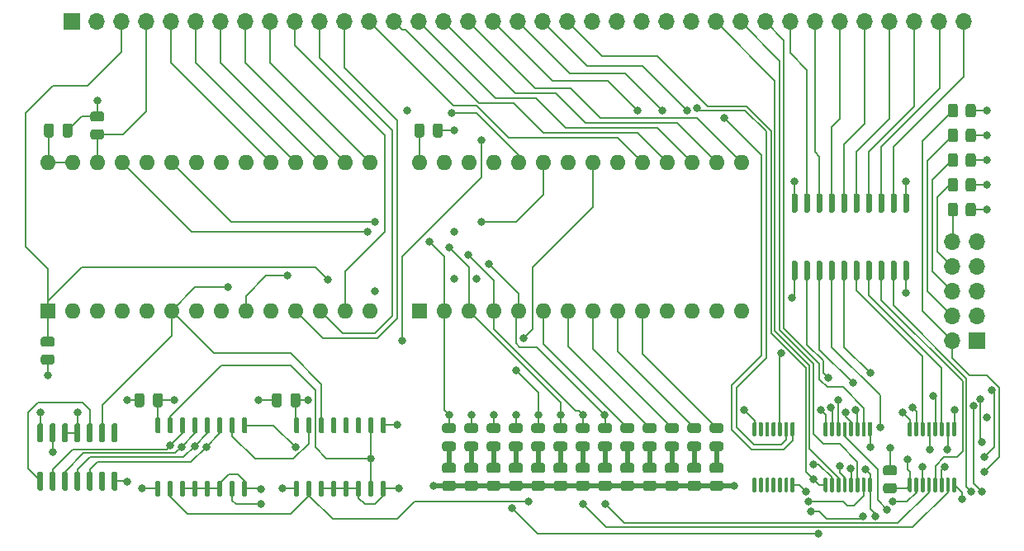
<source format=gbr>
%TF.GenerationSoftware,KiCad,Pcbnew,(5.1.10-1-10_14)*%
%TF.CreationDate,2021-12-06T09:48:52-05:00*%
%TF.ProjectId,control-unit-eeprom,636f6e74-726f-46c2-9d75-6e69742d6565,rev?*%
%TF.SameCoordinates,Original*%
%TF.FileFunction,Copper,L1,Top*%
%TF.FilePolarity,Positive*%
%FSLAX46Y46*%
G04 Gerber Fmt 4.6, Leading zero omitted, Abs format (unit mm)*
G04 Created by KiCad (PCBNEW (5.1.10-1-10_14)) date 2021-12-06 09:48:52*
%MOMM*%
%LPD*%
G01*
G04 APERTURE LIST*
%TA.AperFunction,ComponentPad*%
%ADD10O,1.700000X1.700000*%
%TD*%
%TA.AperFunction,ComponentPad*%
%ADD11R,1.700000X1.700000*%
%TD*%
%TA.AperFunction,ComponentPad*%
%ADD12O,1.600000X1.600000*%
%TD*%
%TA.AperFunction,ComponentPad*%
%ADD13R,1.600000X1.600000*%
%TD*%
%TA.AperFunction,ViaPad*%
%ADD14C,0.800000*%
%TD*%
%TA.AperFunction,Conductor*%
%ADD15C,0.200000*%
%TD*%
%TA.AperFunction,Conductor*%
%ADD16C,0.500000*%
%TD*%
G04 APERTURE END LIST*
D10*
%TO.P,J2,37*%
%TO.N,MEM_DATA0*%
X66956000Y-126492000D03*
%TO.P,J2,36*%
%TO.N,MEM_DATA1*%
X64416000Y-126492000D03*
%TO.P,J2,35*%
%TO.N,MEM_DATA2*%
X61876000Y-126492000D03*
%TO.P,J2,34*%
%TO.N,MEM_DATA3*%
X59336000Y-126492000D03*
%TO.P,J2,33*%
%TO.N,MEM_DATA4*%
X56796000Y-126492000D03*
%TO.P,J2,32*%
%TO.N,MEM_DATA5*%
X54256000Y-126492000D03*
%TO.P,J2,31*%
%TO.N,MEM_DATA6*%
X51716000Y-126492000D03*
%TO.P,J2,30*%
%TO.N,MEM_DATA7*%
X49176000Y-126492000D03*
%TO.P,J2,29*%
%TO.N,INTERRUPT_REQ_2_ST*%
X46636000Y-126492000D03*
%TO.P,J2,28*%
%TO.N,INTERRUPT_REQ_1_ST*%
X44096000Y-126492000D03*
%TO.P,J2,27*%
%TO.N,INTERRUPT_REQ_0_ST*%
X41556000Y-126492000D03*
%TO.P,J2,26*%
%TO.N,!CLOCK*%
X39016000Y-126492000D03*
%TO.P,J2,25*%
%TO.N,CLOCK*%
X36476000Y-126492000D03*
%TO.P,J2,24*%
%TO.N,LOAD_INST*%
X33936000Y-126492000D03*
%TO.P,J2,23*%
%TO.N,~RESET_OP*%
X31396000Y-126492000D03*
%TO.P,J2,22*%
%TO.N,~STEP_ZERO*%
X28856000Y-126492000D03*
%TO.P,J2,21*%
%TO.N,INTERRUPT_HANDLER_EN*%
X26316000Y-126492000D03*
%TO.P,J2,20*%
%TO.N,EEPROM0*%
X23776000Y-126492000D03*
%TO.P,J2,19*%
%TO.N,EEPROM1*%
X21236000Y-126492000D03*
%TO.P,J2,18*%
%TO.N,EEPROM2*%
X18696000Y-126492000D03*
%TO.P,J2,17*%
%TO.N,EEPROM3*%
X16156000Y-126492000D03*
%TO.P,J2,16*%
%TO.N,EEPROM4*%
X13616000Y-126492000D03*
%TO.P,J2,15*%
%TO.N,EEPROM5*%
X11076000Y-126492000D03*
%TO.P,J2,14*%
%TO.N,EEPROM6*%
X8536000Y-126492000D03*
%TO.P,J2,13*%
%TO.N,EEPROM7*%
X5996000Y-126492000D03*
%TO.P,J2,12*%
%TO.N,EEPROM8*%
X3456000Y-126492000D03*
%TO.P,J2,11*%
%TO.N,EEPROM9*%
X916000Y-126492000D03*
%TO.P,J2,10*%
%TO.N,EEPROM10*%
X-1624000Y-126492000D03*
%TO.P,J2,9*%
%TO.N,EEPROM11*%
X-4164000Y-126492000D03*
%TO.P,J2,8*%
%TO.N,EEPROM12*%
X-6704000Y-126492000D03*
%TO.P,J2,7*%
%TO.N,EEPROM13*%
X-9244000Y-126492000D03*
%TO.P,J2,6*%
%TO.N,EEPROM14*%
X-11784000Y-126492000D03*
%TO.P,J2,5*%
%TO.N,EEPROM15*%
X-14324000Y-126492000D03*
%TO.P,J2,4*%
%TO.N,A13*%
X-16864000Y-126492000D03*
%TO.P,J2,3*%
%TO.N,A14*%
X-19404000Y-126492000D03*
%TO.P,J2,2*%
%TO.N,VCC*%
X-21944000Y-126492000D03*
D11*
%TO.P,J2,1*%
%TO.N,GND*%
X-24484000Y-126492000D03*
%TD*%
D12*
%TO.P,U9,28*%
%TO.N,VCC*%
X-26924000Y-140970000D03*
%TO.P,U9,14*%
%TO.N,GND*%
X6096000Y-156210000D03*
%TO.P,U9,27*%
%TO.N,VCC*%
X-24384000Y-140970000D03*
%TO.P,U9,13*%
%TO.N,EEPROM10*%
X3556000Y-156210000D03*
%TO.P,U9,26*%
%TO.N,A13*%
X-21844000Y-140970000D03*
%TO.P,U9,12*%
%TO.N,EEPROM9*%
X1016000Y-156210000D03*
%TO.P,U9,25*%
%TO.N,INST3*%
X-19304000Y-140970000D03*
%TO.P,U9,11*%
%TO.N,EEPROM8*%
X-1524000Y-156210000D03*
%TO.P,U9,24*%
%TO.N,INST4*%
X-16764000Y-140970000D03*
%TO.P,U9,10*%
%TO.N,STEP0*%
X-4064000Y-156210000D03*
%TO.P,U9,23*%
%TO.N,INST6*%
X-14224000Y-140970000D03*
%TO.P,U9,9*%
%TO.N,STEP1*%
X-6604000Y-156210000D03*
%TO.P,U9,22*%
%TO.N,GND*%
X-11684000Y-140970000D03*
%TO.P,U9,8*%
%TO.N,STEP2*%
X-9144000Y-156210000D03*
%TO.P,U9,21*%
%TO.N,INST5*%
X-9144000Y-140970000D03*
%TO.P,U9,7*%
%TO.N,STEP3*%
X-11684000Y-156210000D03*
%TO.P,U9,20*%
%TO.N,GND*%
X-6604000Y-140970000D03*
%TO.P,U9,6*%
%TO.N,STEP4*%
X-14224000Y-156210000D03*
%TO.P,U9,19*%
%TO.N,EEPROM15*%
X-4064000Y-140970000D03*
%TO.P,U9,5*%
%TO.N,INST0*%
X-16764000Y-156210000D03*
%TO.P,U9,18*%
%TO.N,EEPROM14*%
X-1524000Y-140970000D03*
%TO.P,U9,4*%
%TO.N,INST1*%
X-19304000Y-156210000D03*
%TO.P,U9,17*%
%TO.N,EEPROM13*%
X1016000Y-140970000D03*
%TO.P,U9,3*%
%TO.N,INST2*%
X-21844000Y-156210000D03*
%TO.P,U9,16*%
%TO.N,EEPROM12*%
X3556000Y-140970000D03*
%TO.P,U9,2*%
%TO.N,INST7*%
X-24384000Y-156210000D03*
%TO.P,U9,15*%
%TO.N,EEPROM11*%
X6096000Y-140970000D03*
D13*
%TO.P,U9,1*%
%TO.N,A14*%
X-26924000Y-156210000D03*
%TD*%
%TO.P,U5,16*%
%TO.N,VCC*%
%TA.AperFunction,SMDPad,CuDef*%
G36*
G01*
X-15483500Y-168746000D02*
X-15758500Y-168746000D01*
G75*
G02*
X-15896000Y-168608500I0J137500D01*
G01*
X-15896000Y-167283500D01*
G75*
G02*
X-15758500Y-167146000I137500J0D01*
G01*
X-15483500Y-167146000D01*
G75*
G02*
X-15346000Y-167283500I0J-137500D01*
G01*
X-15346000Y-168608500D01*
G75*
G02*
X-15483500Y-168746000I-137500J0D01*
G01*
G37*
%TD.AperFunction*%
%TO.P,U5,15*%
%TO.N,Net-(U3-Pad10)*%
%TA.AperFunction,SMDPad,CuDef*%
G36*
G01*
X-14213500Y-168746000D02*
X-14488500Y-168746000D01*
G75*
G02*
X-14626000Y-168608500I0J137500D01*
G01*
X-14626000Y-167283500D01*
G75*
G02*
X-14488500Y-167146000I137500J0D01*
G01*
X-14213500Y-167146000D01*
G75*
G02*
X-14076000Y-167283500I0J-137500D01*
G01*
X-14076000Y-168608500D01*
G75*
G02*
X-14213500Y-168746000I-137500J0D01*
G01*
G37*
%TD.AperFunction*%
%TO.P,U5,14*%
%TO.N,STEP0*%
%TA.AperFunction,SMDPad,CuDef*%
G36*
G01*
X-12943500Y-168746000D02*
X-13218500Y-168746000D01*
G75*
G02*
X-13356000Y-168608500I0J137500D01*
G01*
X-13356000Y-167283500D01*
G75*
G02*
X-13218500Y-167146000I137500J0D01*
G01*
X-12943500Y-167146000D01*
G75*
G02*
X-12806000Y-167283500I0J-137500D01*
G01*
X-12806000Y-168608500D01*
G75*
G02*
X-12943500Y-168746000I-137500J0D01*
G01*
G37*
%TD.AperFunction*%
%TO.P,U5,13*%
%TO.N,STEP1*%
%TA.AperFunction,SMDPad,CuDef*%
G36*
G01*
X-11673500Y-168746000D02*
X-11948500Y-168746000D01*
G75*
G02*
X-12086000Y-168608500I0J137500D01*
G01*
X-12086000Y-167283500D01*
G75*
G02*
X-11948500Y-167146000I137500J0D01*
G01*
X-11673500Y-167146000D01*
G75*
G02*
X-11536000Y-167283500I0J-137500D01*
G01*
X-11536000Y-168608500D01*
G75*
G02*
X-11673500Y-168746000I-137500J0D01*
G01*
G37*
%TD.AperFunction*%
%TO.P,U5,12*%
%TO.N,STEP2*%
%TA.AperFunction,SMDPad,CuDef*%
G36*
G01*
X-10403500Y-168746000D02*
X-10678500Y-168746000D01*
G75*
G02*
X-10816000Y-168608500I0J137500D01*
G01*
X-10816000Y-167283500D01*
G75*
G02*
X-10678500Y-167146000I137500J0D01*
G01*
X-10403500Y-167146000D01*
G75*
G02*
X-10266000Y-167283500I0J-137500D01*
G01*
X-10266000Y-168608500D01*
G75*
G02*
X-10403500Y-168746000I-137500J0D01*
G01*
G37*
%TD.AperFunction*%
%TO.P,U5,11*%
%TO.N,STEP3*%
%TA.AperFunction,SMDPad,CuDef*%
G36*
G01*
X-9133500Y-168746000D02*
X-9408500Y-168746000D01*
G75*
G02*
X-9546000Y-168608500I0J137500D01*
G01*
X-9546000Y-167283500D01*
G75*
G02*
X-9408500Y-167146000I137500J0D01*
G01*
X-9133500Y-167146000D01*
G75*
G02*
X-8996000Y-167283500I0J-137500D01*
G01*
X-8996000Y-168608500D01*
G75*
G02*
X-9133500Y-168746000I-137500J0D01*
G01*
G37*
%TD.AperFunction*%
%TO.P,U5,10*%
%TO.N,Net-(U3-Pad15)*%
%TA.AperFunction,SMDPad,CuDef*%
G36*
G01*
X-7863500Y-168746000D02*
X-8138500Y-168746000D01*
G75*
G02*
X-8276000Y-168608500I0J137500D01*
G01*
X-8276000Y-167283500D01*
G75*
G02*
X-8138500Y-167146000I137500J0D01*
G01*
X-7863500Y-167146000D01*
G75*
G02*
X-7726000Y-167283500I0J-137500D01*
G01*
X-7726000Y-168608500D01*
G75*
G02*
X-7863500Y-168746000I-137500J0D01*
G01*
G37*
%TD.AperFunction*%
%TO.P,U5,9*%
%TO.N,~RESET_OP*%
%TA.AperFunction,SMDPad,CuDef*%
G36*
G01*
X-6593500Y-168746000D02*
X-6868500Y-168746000D01*
G75*
G02*
X-7006000Y-168608500I0J137500D01*
G01*
X-7006000Y-167283500D01*
G75*
G02*
X-6868500Y-167146000I137500J0D01*
G01*
X-6593500Y-167146000D01*
G75*
G02*
X-6456000Y-167283500I0J-137500D01*
G01*
X-6456000Y-168608500D01*
G75*
G02*
X-6593500Y-168746000I-137500J0D01*
G01*
G37*
%TD.AperFunction*%
%TO.P,U5,8*%
%TO.N,GND*%
%TA.AperFunction,SMDPad,CuDef*%
G36*
G01*
X-6593500Y-175246000D02*
X-6868500Y-175246000D01*
G75*
G02*
X-7006000Y-175108500I0J137500D01*
G01*
X-7006000Y-173783500D01*
G75*
G02*
X-6868500Y-173646000I137500J0D01*
G01*
X-6593500Y-173646000D01*
G75*
G02*
X-6456000Y-173783500I0J-137500D01*
G01*
X-6456000Y-175108500D01*
G75*
G02*
X-6593500Y-175246000I-137500J0D01*
G01*
G37*
%TD.AperFunction*%
%TO.P,U5,7*%
%TO.N,VCC*%
%TA.AperFunction,SMDPad,CuDef*%
G36*
G01*
X-7863500Y-175246000D02*
X-8138500Y-175246000D01*
G75*
G02*
X-8276000Y-175108500I0J137500D01*
G01*
X-8276000Y-173783500D01*
G75*
G02*
X-8138500Y-173646000I137500J0D01*
G01*
X-7863500Y-173646000D01*
G75*
G02*
X-7726000Y-173783500I0J-137500D01*
G01*
X-7726000Y-175108500D01*
G75*
G02*
X-7863500Y-175246000I-137500J0D01*
G01*
G37*
%TD.AperFunction*%
%TO.P,U5,6*%
%TO.N,GND*%
%TA.AperFunction,SMDPad,CuDef*%
G36*
G01*
X-9133500Y-175246000D02*
X-9408500Y-175246000D01*
G75*
G02*
X-9546000Y-175108500I0J137500D01*
G01*
X-9546000Y-173783500D01*
G75*
G02*
X-9408500Y-173646000I137500J0D01*
G01*
X-9133500Y-173646000D01*
G75*
G02*
X-8996000Y-173783500I0J-137500D01*
G01*
X-8996000Y-175108500D01*
G75*
G02*
X-9133500Y-175246000I-137500J0D01*
G01*
G37*
%TD.AperFunction*%
%TO.P,U5,5*%
%TA.AperFunction,SMDPad,CuDef*%
G36*
G01*
X-10403500Y-175246000D02*
X-10678500Y-175246000D01*
G75*
G02*
X-10816000Y-175108500I0J137500D01*
G01*
X-10816000Y-173783500D01*
G75*
G02*
X-10678500Y-173646000I137500J0D01*
G01*
X-10403500Y-173646000D01*
G75*
G02*
X-10266000Y-173783500I0J-137500D01*
G01*
X-10266000Y-175108500D01*
G75*
G02*
X-10403500Y-175246000I-137500J0D01*
G01*
G37*
%TD.AperFunction*%
%TO.P,U5,4*%
%TA.AperFunction,SMDPad,CuDef*%
G36*
G01*
X-11673500Y-175246000D02*
X-11948500Y-175246000D01*
G75*
G02*
X-12086000Y-175108500I0J137500D01*
G01*
X-12086000Y-173783500D01*
G75*
G02*
X-11948500Y-173646000I137500J0D01*
G01*
X-11673500Y-173646000D01*
G75*
G02*
X-11536000Y-173783500I0J-137500D01*
G01*
X-11536000Y-175108500D01*
G75*
G02*
X-11673500Y-175246000I-137500J0D01*
G01*
G37*
%TD.AperFunction*%
%TO.P,U5,3*%
%TA.AperFunction,SMDPad,CuDef*%
G36*
G01*
X-12943500Y-175246000D02*
X-13218500Y-175246000D01*
G75*
G02*
X-13356000Y-175108500I0J137500D01*
G01*
X-13356000Y-173783500D01*
G75*
G02*
X-13218500Y-173646000I137500J0D01*
G01*
X-12943500Y-173646000D01*
G75*
G02*
X-12806000Y-173783500I0J-137500D01*
G01*
X-12806000Y-175108500D01*
G75*
G02*
X-12943500Y-175246000I-137500J0D01*
G01*
G37*
%TD.AperFunction*%
%TO.P,U5,2*%
%TO.N,!CLOCK*%
%TA.AperFunction,SMDPad,CuDef*%
G36*
G01*
X-14213500Y-175246000D02*
X-14488500Y-175246000D01*
G75*
G02*
X-14626000Y-175108500I0J137500D01*
G01*
X-14626000Y-173783500D01*
G75*
G02*
X-14488500Y-173646000I137500J0D01*
G01*
X-14213500Y-173646000D01*
G75*
G02*
X-14076000Y-173783500I0J-137500D01*
G01*
X-14076000Y-175108500D01*
G75*
G02*
X-14213500Y-175246000I-137500J0D01*
G01*
G37*
%TD.AperFunction*%
%TO.P,U5,1*%
%TO.N,VCC*%
%TA.AperFunction,SMDPad,CuDef*%
G36*
G01*
X-15483500Y-175246000D02*
X-15758500Y-175246000D01*
G75*
G02*
X-15896000Y-175108500I0J137500D01*
G01*
X-15896000Y-173783500D01*
G75*
G02*
X-15758500Y-173646000I137500J0D01*
G01*
X-15483500Y-173646000D01*
G75*
G02*
X-15346000Y-173783500I0J-137500D01*
G01*
X-15346000Y-175108500D01*
G75*
G02*
X-15483500Y-175246000I-137500J0D01*
G01*
G37*
%TD.AperFunction*%
%TD*%
%TO.P,U3,16*%
%TO.N,VCC*%
%TA.AperFunction,SMDPad,CuDef*%
G36*
G01*
X-1259500Y-168746000D02*
X-1534500Y-168746000D01*
G75*
G02*
X-1672000Y-168608500I0J137500D01*
G01*
X-1672000Y-167283500D01*
G75*
G02*
X-1534500Y-167146000I137500J0D01*
G01*
X-1259500Y-167146000D01*
G75*
G02*
X-1122000Y-167283500I0J-137500D01*
G01*
X-1122000Y-168608500D01*
G75*
G02*
X-1259500Y-168746000I-137500J0D01*
G01*
G37*
%TD.AperFunction*%
%TO.P,U3,15*%
%TO.N,Net-(U3-Pad15)*%
%TA.AperFunction,SMDPad,CuDef*%
G36*
G01*
X10500Y-168746000D02*
X-264500Y-168746000D01*
G75*
G02*
X-402000Y-168608500I0J137500D01*
G01*
X-402000Y-167283500D01*
G75*
G02*
X-264500Y-167146000I137500J0D01*
G01*
X10500Y-167146000D01*
G75*
G02*
X148000Y-167283500I0J-137500D01*
G01*
X148000Y-168608500D01*
G75*
G02*
X10500Y-168746000I-137500J0D01*
G01*
G37*
%TD.AperFunction*%
%TO.P,U3,14*%
%TO.N,STEP4*%
%TA.AperFunction,SMDPad,CuDef*%
G36*
G01*
X1280500Y-168746000D02*
X1005500Y-168746000D01*
G75*
G02*
X868000Y-168608500I0J137500D01*
G01*
X868000Y-167283500D01*
G75*
G02*
X1005500Y-167146000I137500J0D01*
G01*
X1280500Y-167146000D01*
G75*
G02*
X1418000Y-167283500I0J-137500D01*
G01*
X1418000Y-168608500D01*
G75*
G02*
X1280500Y-168746000I-137500J0D01*
G01*
G37*
%TD.AperFunction*%
%TO.P,U3,13*%
%TO.N,Net-(U3-Pad13)*%
%TA.AperFunction,SMDPad,CuDef*%
G36*
G01*
X2550500Y-168746000D02*
X2275500Y-168746000D01*
G75*
G02*
X2138000Y-168608500I0J137500D01*
G01*
X2138000Y-167283500D01*
G75*
G02*
X2275500Y-167146000I137500J0D01*
G01*
X2550500Y-167146000D01*
G75*
G02*
X2688000Y-167283500I0J-137500D01*
G01*
X2688000Y-168608500D01*
G75*
G02*
X2550500Y-168746000I-137500J0D01*
G01*
G37*
%TD.AperFunction*%
%TO.P,U3,12*%
%TO.N,Net-(U3-Pad12)*%
%TA.AperFunction,SMDPad,CuDef*%
G36*
G01*
X3820500Y-168746000D02*
X3545500Y-168746000D01*
G75*
G02*
X3408000Y-168608500I0J137500D01*
G01*
X3408000Y-167283500D01*
G75*
G02*
X3545500Y-167146000I137500J0D01*
G01*
X3820500Y-167146000D01*
G75*
G02*
X3958000Y-167283500I0J-137500D01*
G01*
X3958000Y-168608500D01*
G75*
G02*
X3820500Y-168746000I-137500J0D01*
G01*
G37*
%TD.AperFunction*%
%TO.P,U3,11*%
%TO.N,Net-(U3-Pad11)*%
%TA.AperFunction,SMDPad,CuDef*%
G36*
G01*
X5090500Y-168746000D02*
X4815500Y-168746000D01*
G75*
G02*
X4678000Y-168608500I0J137500D01*
G01*
X4678000Y-167283500D01*
G75*
G02*
X4815500Y-167146000I137500J0D01*
G01*
X5090500Y-167146000D01*
G75*
G02*
X5228000Y-167283500I0J-137500D01*
G01*
X5228000Y-168608500D01*
G75*
G02*
X5090500Y-168746000I-137500J0D01*
G01*
G37*
%TD.AperFunction*%
%TO.P,U3,10*%
%TO.N,Net-(U3-Pad10)*%
%TA.AperFunction,SMDPad,CuDef*%
G36*
G01*
X6360500Y-168746000D02*
X6085500Y-168746000D01*
G75*
G02*
X5948000Y-168608500I0J137500D01*
G01*
X5948000Y-167283500D01*
G75*
G02*
X6085500Y-167146000I137500J0D01*
G01*
X6360500Y-167146000D01*
G75*
G02*
X6498000Y-167283500I0J-137500D01*
G01*
X6498000Y-168608500D01*
G75*
G02*
X6360500Y-168746000I-137500J0D01*
G01*
G37*
%TD.AperFunction*%
%TO.P,U3,9*%
%TO.N,~RESET_OP*%
%TA.AperFunction,SMDPad,CuDef*%
G36*
G01*
X7630500Y-168746000D02*
X7355500Y-168746000D01*
G75*
G02*
X7218000Y-168608500I0J137500D01*
G01*
X7218000Y-167283500D01*
G75*
G02*
X7355500Y-167146000I137500J0D01*
G01*
X7630500Y-167146000D01*
G75*
G02*
X7768000Y-167283500I0J-137500D01*
G01*
X7768000Y-168608500D01*
G75*
G02*
X7630500Y-168746000I-137500J0D01*
G01*
G37*
%TD.AperFunction*%
%TO.P,U3,8*%
%TO.N,GND*%
%TA.AperFunction,SMDPad,CuDef*%
G36*
G01*
X7630500Y-175246000D02*
X7355500Y-175246000D01*
G75*
G02*
X7218000Y-175108500I0J137500D01*
G01*
X7218000Y-173783500D01*
G75*
G02*
X7355500Y-173646000I137500J0D01*
G01*
X7630500Y-173646000D01*
G75*
G02*
X7768000Y-173783500I0J-137500D01*
G01*
X7768000Y-175108500D01*
G75*
G02*
X7630500Y-175246000I-137500J0D01*
G01*
G37*
%TD.AperFunction*%
%TO.P,U3,7*%
%TO.N,Net-(U3-Pad10)*%
%TA.AperFunction,SMDPad,CuDef*%
G36*
G01*
X6360500Y-175246000D02*
X6085500Y-175246000D01*
G75*
G02*
X5948000Y-175108500I0J137500D01*
G01*
X5948000Y-173783500D01*
G75*
G02*
X6085500Y-173646000I137500J0D01*
G01*
X6360500Y-173646000D01*
G75*
G02*
X6498000Y-173783500I0J-137500D01*
G01*
X6498000Y-175108500D01*
G75*
G02*
X6360500Y-175246000I-137500J0D01*
G01*
G37*
%TD.AperFunction*%
%TO.P,U3,6*%
%TO.N,GND*%
%TA.AperFunction,SMDPad,CuDef*%
G36*
G01*
X5090500Y-175246000D02*
X4815500Y-175246000D01*
G75*
G02*
X4678000Y-175108500I0J137500D01*
G01*
X4678000Y-173783500D01*
G75*
G02*
X4815500Y-173646000I137500J0D01*
G01*
X5090500Y-173646000D01*
G75*
G02*
X5228000Y-173783500I0J-137500D01*
G01*
X5228000Y-175108500D01*
G75*
G02*
X5090500Y-175246000I-137500J0D01*
G01*
G37*
%TD.AperFunction*%
%TO.P,U3,5*%
%TA.AperFunction,SMDPad,CuDef*%
G36*
G01*
X3820500Y-175246000D02*
X3545500Y-175246000D01*
G75*
G02*
X3408000Y-175108500I0J137500D01*
G01*
X3408000Y-173783500D01*
G75*
G02*
X3545500Y-173646000I137500J0D01*
G01*
X3820500Y-173646000D01*
G75*
G02*
X3958000Y-173783500I0J-137500D01*
G01*
X3958000Y-175108500D01*
G75*
G02*
X3820500Y-175246000I-137500J0D01*
G01*
G37*
%TD.AperFunction*%
%TO.P,U3,4*%
%TA.AperFunction,SMDPad,CuDef*%
G36*
G01*
X2550500Y-175246000D02*
X2275500Y-175246000D01*
G75*
G02*
X2138000Y-175108500I0J137500D01*
G01*
X2138000Y-173783500D01*
G75*
G02*
X2275500Y-173646000I137500J0D01*
G01*
X2550500Y-173646000D01*
G75*
G02*
X2688000Y-173783500I0J-137500D01*
G01*
X2688000Y-175108500D01*
G75*
G02*
X2550500Y-175246000I-137500J0D01*
G01*
G37*
%TD.AperFunction*%
%TO.P,U3,3*%
%TA.AperFunction,SMDPad,CuDef*%
G36*
G01*
X1280500Y-175246000D02*
X1005500Y-175246000D01*
G75*
G02*
X868000Y-175108500I0J137500D01*
G01*
X868000Y-173783500D01*
G75*
G02*
X1005500Y-173646000I137500J0D01*
G01*
X1280500Y-173646000D01*
G75*
G02*
X1418000Y-173783500I0J-137500D01*
G01*
X1418000Y-175108500D01*
G75*
G02*
X1280500Y-175246000I-137500J0D01*
G01*
G37*
%TD.AperFunction*%
%TO.P,U3,2*%
%TO.N,!CLOCK*%
%TA.AperFunction,SMDPad,CuDef*%
G36*
G01*
X10500Y-175246000D02*
X-264500Y-175246000D01*
G75*
G02*
X-402000Y-175108500I0J137500D01*
G01*
X-402000Y-173783500D01*
G75*
G02*
X-264500Y-173646000I137500J0D01*
G01*
X10500Y-173646000D01*
G75*
G02*
X148000Y-173783500I0J-137500D01*
G01*
X148000Y-175108500D01*
G75*
G02*
X10500Y-175246000I-137500J0D01*
G01*
G37*
%TD.AperFunction*%
%TO.P,U3,1*%
%TO.N,VCC*%
%TA.AperFunction,SMDPad,CuDef*%
G36*
G01*
X-1259500Y-175246000D02*
X-1534500Y-175246000D01*
G75*
G02*
X-1672000Y-175108500I0J137500D01*
G01*
X-1672000Y-173783500D01*
G75*
G02*
X-1534500Y-173646000I137500J0D01*
G01*
X-1259500Y-173646000D01*
G75*
G02*
X-1122000Y-173783500I0J-137500D01*
G01*
X-1122000Y-175108500D01*
G75*
G02*
X-1259500Y-175246000I-137500J0D01*
G01*
G37*
%TD.AperFunction*%
%TD*%
%TO.P,R21,2*%
%TO.N,Net-(D13-Pad1)*%
%TA.AperFunction,SMDPad,CuDef*%
G36*
G01*
X30676002Y-172828000D02*
X29775998Y-172828000D01*
G75*
G02*
X29526000Y-172578002I0J249998D01*
G01*
X29526000Y-172052998D01*
G75*
G02*
X29775998Y-171803000I249998J0D01*
G01*
X30676002Y-171803000D01*
G75*
G02*
X30926000Y-172052998I0J-249998D01*
G01*
X30926000Y-172578002D01*
G75*
G02*
X30676002Y-172828000I-249998J0D01*
G01*
G37*
%TD.AperFunction*%
%TO.P,R21,1*%
%TO.N,GND*%
%TA.AperFunction,SMDPad,CuDef*%
G36*
G01*
X30676002Y-174653000D02*
X29775998Y-174653000D01*
G75*
G02*
X29526000Y-174403002I0J249998D01*
G01*
X29526000Y-173877998D01*
G75*
G02*
X29775998Y-173628000I249998J0D01*
G01*
X30676002Y-173628000D01*
G75*
G02*
X30926000Y-173877998I0J-249998D01*
G01*
X30926000Y-174403002D01*
G75*
G02*
X30676002Y-174653000I-249998J0D01*
G01*
G37*
%TD.AperFunction*%
%TD*%
%TO.P,R20,2*%
%TO.N,Net-(D12-Pad1)*%
%TA.AperFunction,SMDPad,CuDef*%
G36*
G01*
X28390002Y-172828000D02*
X27489998Y-172828000D01*
G75*
G02*
X27240000Y-172578002I0J249998D01*
G01*
X27240000Y-172052998D01*
G75*
G02*
X27489998Y-171803000I249998J0D01*
G01*
X28390002Y-171803000D01*
G75*
G02*
X28640000Y-172052998I0J-249998D01*
G01*
X28640000Y-172578002D01*
G75*
G02*
X28390002Y-172828000I-249998J0D01*
G01*
G37*
%TD.AperFunction*%
%TO.P,R20,1*%
%TO.N,GND*%
%TA.AperFunction,SMDPad,CuDef*%
G36*
G01*
X28390002Y-174653000D02*
X27489998Y-174653000D01*
G75*
G02*
X27240000Y-174403002I0J249998D01*
G01*
X27240000Y-173877998D01*
G75*
G02*
X27489998Y-173628000I249998J0D01*
G01*
X28390002Y-173628000D01*
G75*
G02*
X28640000Y-173877998I0J-249998D01*
G01*
X28640000Y-174403002D01*
G75*
G02*
X28390002Y-174653000I-249998J0D01*
G01*
G37*
%TD.AperFunction*%
%TD*%
%TO.P,R19,2*%
%TO.N,Net-(D11-Pad1)*%
%TA.AperFunction,SMDPad,CuDef*%
G36*
G01*
X26104002Y-172828000D02*
X25203998Y-172828000D01*
G75*
G02*
X24954000Y-172578002I0J249998D01*
G01*
X24954000Y-172052998D01*
G75*
G02*
X25203998Y-171803000I249998J0D01*
G01*
X26104002Y-171803000D01*
G75*
G02*
X26354000Y-172052998I0J-249998D01*
G01*
X26354000Y-172578002D01*
G75*
G02*
X26104002Y-172828000I-249998J0D01*
G01*
G37*
%TD.AperFunction*%
%TO.P,R19,1*%
%TO.N,GND*%
%TA.AperFunction,SMDPad,CuDef*%
G36*
G01*
X26104002Y-174653000D02*
X25203998Y-174653000D01*
G75*
G02*
X24954000Y-174403002I0J249998D01*
G01*
X24954000Y-173877998D01*
G75*
G02*
X25203998Y-173628000I249998J0D01*
G01*
X26104002Y-173628000D01*
G75*
G02*
X26354000Y-173877998I0J-249998D01*
G01*
X26354000Y-174403002D01*
G75*
G02*
X26104002Y-174653000I-249998J0D01*
G01*
G37*
%TD.AperFunction*%
%TD*%
%TO.P,R18,2*%
%TO.N,Net-(D10-Pad1)*%
%TA.AperFunction,SMDPad,CuDef*%
G36*
G01*
X23818002Y-172828000D02*
X22917998Y-172828000D01*
G75*
G02*
X22668000Y-172578002I0J249998D01*
G01*
X22668000Y-172052998D01*
G75*
G02*
X22917998Y-171803000I249998J0D01*
G01*
X23818002Y-171803000D01*
G75*
G02*
X24068000Y-172052998I0J-249998D01*
G01*
X24068000Y-172578002D01*
G75*
G02*
X23818002Y-172828000I-249998J0D01*
G01*
G37*
%TD.AperFunction*%
%TO.P,R18,1*%
%TO.N,GND*%
%TA.AperFunction,SMDPad,CuDef*%
G36*
G01*
X23818002Y-174653000D02*
X22917998Y-174653000D01*
G75*
G02*
X22668000Y-174403002I0J249998D01*
G01*
X22668000Y-173877998D01*
G75*
G02*
X22917998Y-173628000I249998J0D01*
G01*
X23818002Y-173628000D01*
G75*
G02*
X24068000Y-173877998I0J-249998D01*
G01*
X24068000Y-174403002D01*
G75*
G02*
X23818002Y-174653000I-249998J0D01*
G01*
G37*
%TD.AperFunction*%
%TD*%
%TO.P,R17,2*%
%TO.N,Net-(D9-Pad1)*%
%TA.AperFunction,SMDPad,CuDef*%
G36*
G01*
X21532002Y-172828000D02*
X20631998Y-172828000D01*
G75*
G02*
X20382000Y-172578002I0J249998D01*
G01*
X20382000Y-172052998D01*
G75*
G02*
X20631998Y-171803000I249998J0D01*
G01*
X21532002Y-171803000D01*
G75*
G02*
X21782000Y-172052998I0J-249998D01*
G01*
X21782000Y-172578002D01*
G75*
G02*
X21532002Y-172828000I-249998J0D01*
G01*
G37*
%TD.AperFunction*%
%TO.P,R17,1*%
%TO.N,GND*%
%TA.AperFunction,SMDPad,CuDef*%
G36*
G01*
X21532002Y-174653000D02*
X20631998Y-174653000D01*
G75*
G02*
X20382000Y-174403002I0J249998D01*
G01*
X20382000Y-173877998D01*
G75*
G02*
X20631998Y-173628000I249998J0D01*
G01*
X21532002Y-173628000D01*
G75*
G02*
X21782000Y-173877998I0J-249998D01*
G01*
X21782000Y-174403002D01*
G75*
G02*
X21532002Y-174653000I-249998J0D01*
G01*
G37*
%TD.AperFunction*%
%TD*%
%TO.P,R16,2*%
%TO.N,Net-(D8-Pad1)*%
%TA.AperFunction,SMDPad,CuDef*%
G36*
G01*
X19246002Y-172828000D02*
X18345998Y-172828000D01*
G75*
G02*
X18096000Y-172578002I0J249998D01*
G01*
X18096000Y-172052998D01*
G75*
G02*
X18345998Y-171803000I249998J0D01*
G01*
X19246002Y-171803000D01*
G75*
G02*
X19496000Y-172052998I0J-249998D01*
G01*
X19496000Y-172578002D01*
G75*
G02*
X19246002Y-172828000I-249998J0D01*
G01*
G37*
%TD.AperFunction*%
%TO.P,R16,1*%
%TO.N,GND*%
%TA.AperFunction,SMDPad,CuDef*%
G36*
G01*
X19246002Y-174653000D02*
X18345998Y-174653000D01*
G75*
G02*
X18096000Y-174403002I0J249998D01*
G01*
X18096000Y-173877998D01*
G75*
G02*
X18345998Y-173628000I249998J0D01*
G01*
X19246002Y-173628000D01*
G75*
G02*
X19496000Y-173877998I0J-249998D01*
G01*
X19496000Y-174403002D01*
G75*
G02*
X19246002Y-174653000I-249998J0D01*
G01*
G37*
%TD.AperFunction*%
%TD*%
%TO.P,R15,2*%
%TO.N,Net-(D7-Pad1)*%
%TA.AperFunction,SMDPad,CuDef*%
G36*
G01*
X16960002Y-172828000D02*
X16059998Y-172828000D01*
G75*
G02*
X15810000Y-172578002I0J249998D01*
G01*
X15810000Y-172052998D01*
G75*
G02*
X16059998Y-171803000I249998J0D01*
G01*
X16960002Y-171803000D01*
G75*
G02*
X17210000Y-172052998I0J-249998D01*
G01*
X17210000Y-172578002D01*
G75*
G02*
X16960002Y-172828000I-249998J0D01*
G01*
G37*
%TD.AperFunction*%
%TO.P,R15,1*%
%TO.N,GND*%
%TA.AperFunction,SMDPad,CuDef*%
G36*
G01*
X16960002Y-174653000D02*
X16059998Y-174653000D01*
G75*
G02*
X15810000Y-174403002I0J249998D01*
G01*
X15810000Y-173877998D01*
G75*
G02*
X16059998Y-173628000I249998J0D01*
G01*
X16960002Y-173628000D01*
G75*
G02*
X17210000Y-173877998I0J-249998D01*
G01*
X17210000Y-174403002D01*
G75*
G02*
X16960002Y-174653000I-249998J0D01*
G01*
G37*
%TD.AperFunction*%
%TD*%
%TO.P,R14,2*%
%TO.N,Net-(D6-Pad1)*%
%TA.AperFunction,SMDPad,CuDef*%
G36*
G01*
X14674002Y-172828000D02*
X13773998Y-172828000D01*
G75*
G02*
X13524000Y-172578002I0J249998D01*
G01*
X13524000Y-172052998D01*
G75*
G02*
X13773998Y-171803000I249998J0D01*
G01*
X14674002Y-171803000D01*
G75*
G02*
X14924000Y-172052998I0J-249998D01*
G01*
X14924000Y-172578002D01*
G75*
G02*
X14674002Y-172828000I-249998J0D01*
G01*
G37*
%TD.AperFunction*%
%TO.P,R14,1*%
%TO.N,GND*%
%TA.AperFunction,SMDPad,CuDef*%
G36*
G01*
X14674002Y-174653000D02*
X13773998Y-174653000D01*
G75*
G02*
X13524000Y-174403002I0J249998D01*
G01*
X13524000Y-173877998D01*
G75*
G02*
X13773998Y-173628000I249998J0D01*
G01*
X14674002Y-173628000D01*
G75*
G02*
X14924000Y-173877998I0J-249998D01*
G01*
X14924000Y-174403002D01*
G75*
G02*
X14674002Y-174653000I-249998J0D01*
G01*
G37*
%TD.AperFunction*%
%TD*%
%TO.P,D13,2*%
%TO.N,INST0*%
%TA.AperFunction,SMDPad,CuDef*%
G36*
G01*
X30682250Y-168714000D02*
X29769750Y-168714000D01*
G75*
G02*
X29526000Y-168470250I0J243750D01*
G01*
X29526000Y-167982750D01*
G75*
G02*
X29769750Y-167739000I243750J0D01*
G01*
X30682250Y-167739000D01*
G75*
G02*
X30926000Y-167982750I0J-243750D01*
G01*
X30926000Y-168470250D01*
G75*
G02*
X30682250Y-168714000I-243750J0D01*
G01*
G37*
%TD.AperFunction*%
%TO.P,D13,1*%
%TO.N,Net-(D13-Pad1)*%
%TA.AperFunction,SMDPad,CuDef*%
G36*
G01*
X30682250Y-170589000D02*
X29769750Y-170589000D01*
G75*
G02*
X29526000Y-170345250I0J243750D01*
G01*
X29526000Y-169857750D01*
G75*
G02*
X29769750Y-169614000I243750J0D01*
G01*
X30682250Y-169614000D01*
G75*
G02*
X30926000Y-169857750I0J-243750D01*
G01*
X30926000Y-170345250D01*
G75*
G02*
X30682250Y-170589000I-243750J0D01*
G01*
G37*
%TD.AperFunction*%
%TD*%
%TO.P,D12,2*%
%TO.N,INST1*%
%TA.AperFunction,SMDPad,CuDef*%
G36*
G01*
X28396250Y-168714000D02*
X27483750Y-168714000D01*
G75*
G02*
X27240000Y-168470250I0J243750D01*
G01*
X27240000Y-167982750D01*
G75*
G02*
X27483750Y-167739000I243750J0D01*
G01*
X28396250Y-167739000D01*
G75*
G02*
X28640000Y-167982750I0J-243750D01*
G01*
X28640000Y-168470250D01*
G75*
G02*
X28396250Y-168714000I-243750J0D01*
G01*
G37*
%TD.AperFunction*%
%TO.P,D12,1*%
%TO.N,Net-(D12-Pad1)*%
%TA.AperFunction,SMDPad,CuDef*%
G36*
G01*
X28396250Y-170589000D02*
X27483750Y-170589000D01*
G75*
G02*
X27240000Y-170345250I0J243750D01*
G01*
X27240000Y-169857750D01*
G75*
G02*
X27483750Y-169614000I243750J0D01*
G01*
X28396250Y-169614000D01*
G75*
G02*
X28640000Y-169857750I0J-243750D01*
G01*
X28640000Y-170345250D01*
G75*
G02*
X28396250Y-170589000I-243750J0D01*
G01*
G37*
%TD.AperFunction*%
%TD*%
%TO.P,D11,2*%
%TO.N,INST2*%
%TA.AperFunction,SMDPad,CuDef*%
G36*
G01*
X26110250Y-168714000D02*
X25197750Y-168714000D01*
G75*
G02*
X24954000Y-168470250I0J243750D01*
G01*
X24954000Y-167982750D01*
G75*
G02*
X25197750Y-167739000I243750J0D01*
G01*
X26110250Y-167739000D01*
G75*
G02*
X26354000Y-167982750I0J-243750D01*
G01*
X26354000Y-168470250D01*
G75*
G02*
X26110250Y-168714000I-243750J0D01*
G01*
G37*
%TD.AperFunction*%
%TO.P,D11,1*%
%TO.N,Net-(D11-Pad1)*%
%TA.AperFunction,SMDPad,CuDef*%
G36*
G01*
X26110250Y-170589000D02*
X25197750Y-170589000D01*
G75*
G02*
X24954000Y-170345250I0J243750D01*
G01*
X24954000Y-169857750D01*
G75*
G02*
X25197750Y-169614000I243750J0D01*
G01*
X26110250Y-169614000D01*
G75*
G02*
X26354000Y-169857750I0J-243750D01*
G01*
X26354000Y-170345250D01*
G75*
G02*
X26110250Y-170589000I-243750J0D01*
G01*
G37*
%TD.AperFunction*%
%TD*%
%TO.P,D10,2*%
%TO.N,INST3*%
%TA.AperFunction,SMDPad,CuDef*%
G36*
G01*
X23824250Y-168714000D02*
X22911750Y-168714000D01*
G75*
G02*
X22668000Y-168470250I0J243750D01*
G01*
X22668000Y-167982750D01*
G75*
G02*
X22911750Y-167739000I243750J0D01*
G01*
X23824250Y-167739000D01*
G75*
G02*
X24068000Y-167982750I0J-243750D01*
G01*
X24068000Y-168470250D01*
G75*
G02*
X23824250Y-168714000I-243750J0D01*
G01*
G37*
%TD.AperFunction*%
%TO.P,D10,1*%
%TO.N,Net-(D10-Pad1)*%
%TA.AperFunction,SMDPad,CuDef*%
G36*
G01*
X23824250Y-170589000D02*
X22911750Y-170589000D01*
G75*
G02*
X22668000Y-170345250I0J243750D01*
G01*
X22668000Y-169857750D01*
G75*
G02*
X22911750Y-169614000I243750J0D01*
G01*
X23824250Y-169614000D01*
G75*
G02*
X24068000Y-169857750I0J-243750D01*
G01*
X24068000Y-170345250D01*
G75*
G02*
X23824250Y-170589000I-243750J0D01*
G01*
G37*
%TD.AperFunction*%
%TD*%
%TO.P,D9,2*%
%TO.N,INST4*%
%TA.AperFunction,SMDPad,CuDef*%
G36*
G01*
X21538250Y-168714000D02*
X20625750Y-168714000D01*
G75*
G02*
X20382000Y-168470250I0J243750D01*
G01*
X20382000Y-167982750D01*
G75*
G02*
X20625750Y-167739000I243750J0D01*
G01*
X21538250Y-167739000D01*
G75*
G02*
X21782000Y-167982750I0J-243750D01*
G01*
X21782000Y-168470250D01*
G75*
G02*
X21538250Y-168714000I-243750J0D01*
G01*
G37*
%TD.AperFunction*%
%TO.P,D9,1*%
%TO.N,Net-(D9-Pad1)*%
%TA.AperFunction,SMDPad,CuDef*%
G36*
G01*
X21538250Y-170589000D02*
X20625750Y-170589000D01*
G75*
G02*
X20382000Y-170345250I0J243750D01*
G01*
X20382000Y-169857750D01*
G75*
G02*
X20625750Y-169614000I243750J0D01*
G01*
X21538250Y-169614000D01*
G75*
G02*
X21782000Y-169857750I0J-243750D01*
G01*
X21782000Y-170345250D01*
G75*
G02*
X21538250Y-170589000I-243750J0D01*
G01*
G37*
%TD.AperFunction*%
%TD*%
%TO.P,D8,2*%
%TO.N,INST5*%
%TA.AperFunction,SMDPad,CuDef*%
G36*
G01*
X19252250Y-168714000D02*
X18339750Y-168714000D01*
G75*
G02*
X18096000Y-168470250I0J243750D01*
G01*
X18096000Y-167982750D01*
G75*
G02*
X18339750Y-167739000I243750J0D01*
G01*
X19252250Y-167739000D01*
G75*
G02*
X19496000Y-167982750I0J-243750D01*
G01*
X19496000Y-168470250D01*
G75*
G02*
X19252250Y-168714000I-243750J0D01*
G01*
G37*
%TD.AperFunction*%
%TO.P,D8,1*%
%TO.N,Net-(D8-Pad1)*%
%TA.AperFunction,SMDPad,CuDef*%
G36*
G01*
X19252250Y-170589000D02*
X18339750Y-170589000D01*
G75*
G02*
X18096000Y-170345250I0J243750D01*
G01*
X18096000Y-169857750D01*
G75*
G02*
X18339750Y-169614000I243750J0D01*
G01*
X19252250Y-169614000D01*
G75*
G02*
X19496000Y-169857750I0J-243750D01*
G01*
X19496000Y-170345250D01*
G75*
G02*
X19252250Y-170589000I-243750J0D01*
G01*
G37*
%TD.AperFunction*%
%TD*%
%TO.P,D7,2*%
%TO.N,INST6*%
%TA.AperFunction,SMDPad,CuDef*%
G36*
G01*
X16966250Y-168714000D02*
X16053750Y-168714000D01*
G75*
G02*
X15810000Y-168470250I0J243750D01*
G01*
X15810000Y-167982750D01*
G75*
G02*
X16053750Y-167739000I243750J0D01*
G01*
X16966250Y-167739000D01*
G75*
G02*
X17210000Y-167982750I0J-243750D01*
G01*
X17210000Y-168470250D01*
G75*
G02*
X16966250Y-168714000I-243750J0D01*
G01*
G37*
%TD.AperFunction*%
%TO.P,D7,1*%
%TO.N,Net-(D7-Pad1)*%
%TA.AperFunction,SMDPad,CuDef*%
G36*
G01*
X16966250Y-170589000D02*
X16053750Y-170589000D01*
G75*
G02*
X15810000Y-170345250I0J243750D01*
G01*
X15810000Y-169857750D01*
G75*
G02*
X16053750Y-169614000I243750J0D01*
G01*
X16966250Y-169614000D01*
G75*
G02*
X17210000Y-169857750I0J-243750D01*
G01*
X17210000Y-170345250D01*
G75*
G02*
X16966250Y-170589000I-243750J0D01*
G01*
G37*
%TD.AperFunction*%
%TD*%
%TO.P,D6,2*%
%TO.N,INST7*%
%TA.AperFunction,SMDPad,CuDef*%
G36*
G01*
X14680250Y-168714000D02*
X13767750Y-168714000D01*
G75*
G02*
X13524000Y-168470250I0J243750D01*
G01*
X13524000Y-167982750D01*
G75*
G02*
X13767750Y-167739000I243750J0D01*
G01*
X14680250Y-167739000D01*
G75*
G02*
X14924000Y-167982750I0J-243750D01*
G01*
X14924000Y-168470250D01*
G75*
G02*
X14680250Y-168714000I-243750J0D01*
G01*
G37*
%TD.AperFunction*%
%TO.P,D6,1*%
%TO.N,Net-(D6-Pad1)*%
%TA.AperFunction,SMDPad,CuDef*%
G36*
G01*
X14680250Y-170589000D02*
X13767750Y-170589000D01*
G75*
G02*
X13524000Y-170345250I0J243750D01*
G01*
X13524000Y-169857750D01*
G75*
G02*
X13767750Y-169614000I243750J0D01*
G01*
X14680250Y-169614000D01*
G75*
G02*
X14924000Y-169857750I0J-243750D01*
G01*
X14924000Y-170345250D01*
G75*
G02*
X14680250Y-170589000I-243750J0D01*
G01*
G37*
%TD.AperFunction*%
%TD*%
%TO.P,C4,2*%
%TO.N,GND*%
%TA.AperFunction,SMDPad,CuDef*%
G36*
G01*
X-2924000Y-164879000D02*
X-2924000Y-165829000D01*
G75*
G02*
X-3174000Y-166079000I-250000J0D01*
G01*
X-3674000Y-166079000D01*
G75*
G02*
X-3924000Y-165829000I0J250000D01*
G01*
X-3924000Y-164879000D01*
G75*
G02*
X-3674000Y-164629000I250000J0D01*
G01*
X-3174000Y-164629000D01*
G75*
G02*
X-2924000Y-164879000I0J-250000D01*
G01*
G37*
%TD.AperFunction*%
%TO.P,C4,1*%
%TO.N,VCC*%
%TA.AperFunction,SMDPad,CuDef*%
G36*
G01*
X-1024000Y-164879000D02*
X-1024000Y-165829000D01*
G75*
G02*
X-1274000Y-166079000I-250000J0D01*
G01*
X-1774000Y-166079000D01*
G75*
G02*
X-2024000Y-165829000I0J250000D01*
G01*
X-2024000Y-164879000D01*
G75*
G02*
X-1774000Y-164629000I250000J0D01*
G01*
X-1274000Y-164629000D01*
G75*
G02*
X-1024000Y-164879000I0J-250000D01*
G01*
G37*
%TD.AperFunction*%
%TD*%
%TO.P,C3,2*%
%TO.N,GND*%
%TA.AperFunction,SMDPad,CuDef*%
G36*
G01*
X-17026000Y-164879000D02*
X-17026000Y-165829000D01*
G75*
G02*
X-17276000Y-166079000I-250000J0D01*
G01*
X-17776000Y-166079000D01*
G75*
G02*
X-18026000Y-165829000I0J250000D01*
G01*
X-18026000Y-164879000D01*
G75*
G02*
X-17776000Y-164629000I250000J0D01*
G01*
X-17276000Y-164629000D01*
G75*
G02*
X-17026000Y-164879000I0J-250000D01*
G01*
G37*
%TD.AperFunction*%
%TO.P,C3,1*%
%TO.N,VCC*%
%TA.AperFunction,SMDPad,CuDef*%
G36*
G01*
X-15126000Y-164879000D02*
X-15126000Y-165829000D01*
G75*
G02*
X-15376000Y-166079000I-250000J0D01*
G01*
X-15876000Y-166079000D01*
G75*
G02*
X-16126000Y-165829000I0J250000D01*
G01*
X-16126000Y-164879000D01*
G75*
G02*
X-15876000Y-164629000I250000J0D01*
G01*
X-15376000Y-164629000D01*
G75*
G02*
X-15126000Y-164879000I0J-250000D01*
G01*
G37*
%TD.AperFunction*%
%TD*%
%TO.P,C2,2*%
%TO.N,GND*%
%TA.AperFunction,SMDPad,CuDef*%
G36*
G01*
X12576000Y-138143000D02*
X12576000Y-137193000D01*
G75*
G02*
X12826000Y-136943000I250000J0D01*
G01*
X13326000Y-136943000D01*
G75*
G02*
X13576000Y-137193000I0J-250000D01*
G01*
X13576000Y-138143000D01*
G75*
G02*
X13326000Y-138393000I-250000J0D01*
G01*
X12826000Y-138393000D01*
G75*
G02*
X12576000Y-138143000I0J250000D01*
G01*
G37*
%TD.AperFunction*%
%TO.P,C2,1*%
%TO.N,VCC*%
%TA.AperFunction,SMDPad,CuDef*%
G36*
G01*
X10676000Y-138143000D02*
X10676000Y-137193000D01*
G75*
G02*
X10926000Y-136943000I250000J0D01*
G01*
X11426000Y-136943000D01*
G75*
G02*
X11676000Y-137193000I0J-250000D01*
G01*
X11676000Y-138143000D01*
G75*
G02*
X11426000Y-138393000I-250000J0D01*
G01*
X10926000Y-138393000D01*
G75*
G02*
X10676000Y-138143000I0J250000D01*
G01*
G37*
%TD.AperFunction*%
%TD*%
%TO.P,C1,2*%
%TO.N,GND*%
%TA.AperFunction,SMDPad,CuDef*%
G36*
G01*
X-25392000Y-138143000D02*
X-25392000Y-137193000D01*
G75*
G02*
X-25142000Y-136943000I250000J0D01*
G01*
X-24642000Y-136943000D01*
G75*
G02*
X-24392000Y-137193000I0J-250000D01*
G01*
X-24392000Y-138143000D01*
G75*
G02*
X-24642000Y-138393000I-250000J0D01*
G01*
X-25142000Y-138393000D01*
G75*
G02*
X-25392000Y-138143000I0J250000D01*
G01*
G37*
%TD.AperFunction*%
%TO.P,C1,1*%
%TO.N,VCC*%
%TA.AperFunction,SMDPad,CuDef*%
G36*
G01*
X-27292000Y-138143000D02*
X-27292000Y-137193000D01*
G75*
G02*
X-27042000Y-136943000I250000J0D01*
G01*
X-26542000Y-136943000D01*
G75*
G02*
X-26292000Y-137193000I0J-250000D01*
G01*
X-26292000Y-138143000D01*
G75*
G02*
X-26542000Y-138393000I-250000J0D01*
G01*
X-27042000Y-138393000D01*
G75*
G02*
X-27292000Y-138143000I0J250000D01*
G01*
G37*
%TD.AperFunction*%
%TD*%
D12*
%TO.P,U8,28*%
%TO.N,VCC*%
X11176000Y-140970000D03*
%TO.P,U8,14*%
%TO.N,GND*%
X44196000Y-156210000D03*
%TO.P,U8,27*%
%TO.N,VCC*%
X13716000Y-140970000D03*
%TO.P,U8,13*%
%TO.N,EEPROM2*%
X41656000Y-156210000D03*
%TO.P,U8,26*%
%TO.N,A13*%
X16256000Y-140970000D03*
%TO.P,U8,12*%
%TO.N,EEPROM1*%
X39116000Y-156210000D03*
%TO.P,U8,25*%
%TO.N,INST3*%
X18796000Y-140970000D03*
%TO.P,U8,11*%
%TO.N,EEPROM0*%
X36576000Y-156210000D03*
%TO.P,U8,24*%
%TO.N,INST4*%
X21336000Y-140970000D03*
%TO.P,U8,10*%
%TO.N,STEP0*%
X34036000Y-156210000D03*
%TO.P,U8,23*%
%TO.N,INST6*%
X23876000Y-140970000D03*
%TO.P,U8,9*%
%TO.N,STEP1*%
X31496000Y-156210000D03*
%TO.P,U8,22*%
%TO.N,GND*%
X26416000Y-140970000D03*
%TO.P,U8,8*%
%TO.N,STEP2*%
X28956000Y-156210000D03*
%TO.P,U8,21*%
%TO.N,INST5*%
X28956000Y-140970000D03*
%TO.P,U8,7*%
%TO.N,STEP3*%
X26416000Y-156210000D03*
%TO.P,U8,20*%
%TO.N,GND*%
X31496000Y-140970000D03*
%TO.P,U8,6*%
%TO.N,STEP4*%
X23876000Y-156210000D03*
%TO.P,U8,19*%
%TO.N,EEPROM7*%
X34036000Y-140970000D03*
%TO.P,U8,5*%
%TO.N,INST0*%
X21336000Y-156210000D03*
%TO.P,U8,18*%
%TO.N,EEPROM6*%
X36576000Y-140970000D03*
%TO.P,U8,4*%
%TO.N,INST1*%
X18796000Y-156210000D03*
%TO.P,U8,17*%
%TO.N,EEPROM5*%
X39116000Y-140970000D03*
%TO.P,U8,3*%
%TO.N,INST2*%
X16256000Y-156210000D03*
%TO.P,U8,16*%
%TO.N,EEPROM4*%
X41656000Y-140970000D03*
%TO.P,U8,2*%
%TO.N,INST7*%
X13716000Y-156210000D03*
%TO.P,U8,15*%
%TO.N,EEPROM3*%
X44196000Y-140970000D03*
D13*
%TO.P,U8,1*%
%TO.N,A14*%
X11176000Y-156210000D03*
%TD*%
%TO.P,R13,2*%
%TO.N,Net-(D5-Pad1)*%
%TA.AperFunction,SMDPad,CuDef*%
G36*
G01*
X42106002Y-172828000D02*
X41205998Y-172828000D01*
G75*
G02*
X40956000Y-172578002I0J249998D01*
G01*
X40956000Y-172052998D01*
G75*
G02*
X41205998Y-171803000I249998J0D01*
G01*
X42106002Y-171803000D01*
G75*
G02*
X42356000Y-172052998I0J-249998D01*
G01*
X42356000Y-172578002D01*
G75*
G02*
X42106002Y-172828000I-249998J0D01*
G01*
G37*
%TD.AperFunction*%
%TO.P,R13,1*%
%TO.N,GND*%
%TA.AperFunction,SMDPad,CuDef*%
G36*
G01*
X42106002Y-174653000D02*
X41205998Y-174653000D01*
G75*
G02*
X40956000Y-174403002I0J249998D01*
G01*
X40956000Y-173877998D01*
G75*
G02*
X41205998Y-173628000I249998J0D01*
G01*
X42106002Y-173628000D01*
G75*
G02*
X42356000Y-173877998I0J-249998D01*
G01*
X42356000Y-174403002D01*
G75*
G02*
X42106002Y-174653000I-249998J0D01*
G01*
G37*
%TD.AperFunction*%
%TD*%
%TO.P,R12,2*%
%TO.N,Net-(D4-Pad1)*%
%TA.AperFunction,SMDPad,CuDef*%
G36*
G01*
X39820002Y-172828000D02*
X38919998Y-172828000D01*
G75*
G02*
X38670000Y-172578002I0J249998D01*
G01*
X38670000Y-172052998D01*
G75*
G02*
X38919998Y-171803000I249998J0D01*
G01*
X39820002Y-171803000D01*
G75*
G02*
X40070000Y-172052998I0J-249998D01*
G01*
X40070000Y-172578002D01*
G75*
G02*
X39820002Y-172828000I-249998J0D01*
G01*
G37*
%TD.AperFunction*%
%TO.P,R12,1*%
%TO.N,GND*%
%TA.AperFunction,SMDPad,CuDef*%
G36*
G01*
X39820002Y-174653000D02*
X38919998Y-174653000D01*
G75*
G02*
X38670000Y-174403002I0J249998D01*
G01*
X38670000Y-173877998D01*
G75*
G02*
X38919998Y-173628000I249998J0D01*
G01*
X39820002Y-173628000D01*
G75*
G02*
X40070000Y-173877998I0J-249998D01*
G01*
X40070000Y-174403002D01*
G75*
G02*
X39820002Y-174653000I-249998J0D01*
G01*
G37*
%TD.AperFunction*%
%TD*%
%TO.P,R11,2*%
%TO.N,Net-(D3-Pad1)*%
%TA.AperFunction,SMDPad,CuDef*%
G36*
G01*
X37534002Y-172828000D02*
X36633998Y-172828000D01*
G75*
G02*
X36384000Y-172578002I0J249998D01*
G01*
X36384000Y-172052998D01*
G75*
G02*
X36633998Y-171803000I249998J0D01*
G01*
X37534002Y-171803000D01*
G75*
G02*
X37784000Y-172052998I0J-249998D01*
G01*
X37784000Y-172578002D01*
G75*
G02*
X37534002Y-172828000I-249998J0D01*
G01*
G37*
%TD.AperFunction*%
%TO.P,R11,1*%
%TO.N,GND*%
%TA.AperFunction,SMDPad,CuDef*%
G36*
G01*
X37534002Y-174653000D02*
X36633998Y-174653000D01*
G75*
G02*
X36384000Y-174403002I0J249998D01*
G01*
X36384000Y-173877998D01*
G75*
G02*
X36633998Y-173628000I249998J0D01*
G01*
X37534002Y-173628000D01*
G75*
G02*
X37784000Y-173877998I0J-249998D01*
G01*
X37784000Y-174403002D01*
G75*
G02*
X37534002Y-174653000I-249998J0D01*
G01*
G37*
%TD.AperFunction*%
%TD*%
%TO.P,R9,2*%
%TO.N,Net-(D2-Pad1)*%
%TA.AperFunction,SMDPad,CuDef*%
G36*
G01*
X35248002Y-172828000D02*
X34347998Y-172828000D01*
G75*
G02*
X34098000Y-172578002I0J249998D01*
G01*
X34098000Y-172052998D01*
G75*
G02*
X34347998Y-171803000I249998J0D01*
G01*
X35248002Y-171803000D01*
G75*
G02*
X35498000Y-172052998I0J-249998D01*
G01*
X35498000Y-172578002D01*
G75*
G02*
X35248002Y-172828000I-249998J0D01*
G01*
G37*
%TD.AperFunction*%
%TO.P,R9,1*%
%TO.N,GND*%
%TA.AperFunction,SMDPad,CuDef*%
G36*
G01*
X35248002Y-174653000D02*
X34347998Y-174653000D01*
G75*
G02*
X34098000Y-174403002I0J249998D01*
G01*
X34098000Y-173877998D01*
G75*
G02*
X34347998Y-173628000I249998J0D01*
G01*
X35248002Y-173628000D01*
G75*
G02*
X35498000Y-173877998I0J-249998D01*
G01*
X35498000Y-174403002D01*
G75*
G02*
X35248002Y-174653000I-249998J0D01*
G01*
G37*
%TD.AperFunction*%
%TD*%
%TO.P,R7,2*%
%TO.N,Net-(D1-Pad1)*%
%TA.AperFunction,SMDPad,CuDef*%
G36*
G01*
X32962002Y-172828000D02*
X32061998Y-172828000D01*
G75*
G02*
X31812000Y-172578002I0J249998D01*
G01*
X31812000Y-172052998D01*
G75*
G02*
X32061998Y-171803000I249998J0D01*
G01*
X32962002Y-171803000D01*
G75*
G02*
X33212000Y-172052998I0J-249998D01*
G01*
X33212000Y-172578002D01*
G75*
G02*
X32962002Y-172828000I-249998J0D01*
G01*
G37*
%TD.AperFunction*%
%TO.P,R7,1*%
%TO.N,GND*%
%TA.AperFunction,SMDPad,CuDef*%
G36*
G01*
X32962002Y-174653000D02*
X32061998Y-174653000D01*
G75*
G02*
X31812000Y-174403002I0J249998D01*
G01*
X31812000Y-173877998D01*
G75*
G02*
X32061998Y-173628000I249998J0D01*
G01*
X32962002Y-173628000D01*
G75*
G02*
X33212000Y-173877998I0J-249998D01*
G01*
X33212000Y-174403002D01*
G75*
G02*
X32962002Y-174653000I-249998J0D01*
G01*
G37*
%TD.AperFunction*%
%TD*%
%TO.P,D5,2*%
%TO.N,STEP0*%
%TA.AperFunction,SMDPad,CuDef*%
G36*
G01*
X42112250Y-168714000D02*
X41199750Y-168714000D01*
G75*
G02*
X40956000Y-168470250I0J243750D01*
G01*
X40956000Y-167982750D01*
G75*
G02*
X41199750Y-167739000I243750J0D01*
G01*
X42112250Y-167739000D01*
G75*
G02*
X42356000Y-167982750I0J-243750D01*
G01*
X42356000Y-168470250D01*
G75*
G02*
X42112250Y-168714000I-243750J0D01*
G01*
G37*
%TD.AperFunction*%
%TO.P,D5,1*%
%TO.N,Net-(D5-Pad1)*%
%TA.AperFunction,SMDPad,CuDef*%
G36*
G01*
X42112250Y-170589000D02*
X41199750Y-170589000D01*
G75*
G02*
X40956000Y-170345250I0J243750D01*
G01*
X40956000Y-169857750D01*
G75*
G02*
X41199750Y-169614000I243750J0D01*
G01*
X42112250Y-169614000D01*
G75*
G02*
X42356000Y-169857750I0J-243750D01*
G01*
X42356000Y-170345250D01*
G75*
G02*
X42112250Y-170589000I-243750J0D01*
G01*
G37*
%TD.AperFunction*%
%TD*%
%TO.P,D4,2*%
%TO.N,STEP1*%
%TA.AperFunction,SMDPad,CuDef*%
G36*
G01*
X39826250Y-168714000D02*
X38913750Y-168714000D01*
G75*
G02*
X38670000Y-168470250I0J243750D01*
G01*
X38670000Y-167982750D01*
G75*
G02*
X38913750Y-167739000I243750J0D01*
G01*
X39826250Y-167739000D01*
G75*
G02*
X40070000Y-167982750I0J-243750D01*
G01*
X40070000Y-168470250D01*
G75*
G02*
X39826250Y-168714000I-243750J0D01*
G01*
G37*
%TD.AperFunction*%
%TO.P,D4,1*%
%TO.N,Net-(D4-Pad1)*%
%TA.AperFunction,SMDPad,CuDef*%
G36*
G01*
X39826250Y-170589000D02*
X38913750Y-170589000D01*
G75*
G02*
X38670000Y-170345250I0J243750D01*
G01*
X38670000Y-169857750D01*
G75*
G02*
X38913750Y-169614000I243750J0D01*
G01*
X39826250Y-169614000D01*
G75*
G02*
X40070000Y-169857750I0J-243750D01*
G01*
X40070000Y-170345250D01*
G75*
G02*
X39826250Y-170589000I-243750J0D01*
G01*
G37*
%TD.AperFunction*%
%TD*%
%TO.P,D3,2*%
%TO.N,STEP2*%
%TA.AperFunction,SMDPad,CuDef*%
G36*
G01*
X37540250Y-168714000D02*
X36627750Y-168714000D01*
G75*
G02*
X36384000Y-168470250I0J243750D01*
G01*
X36384000Y-167982750D01*
G75*
G02*
X36627750Y-167739000I243750J0D01*
G01*
X37540250Y-167739000D01*
G75*
G02*
X37784000Y-167982750I0J-243750D01*
G01*
X37784000Y-168470250D01*
G75*
G02*
X37540250Y-168714000I-243750J0D01*
G01*
G37*
%TD.AperFunction*%
%TO.P,D3,1*%
%TO.N,Net-(D3-Pad1)*%
%TA.AperFunction,SMDPad,CuDef*%
G36*
G01*
X37540250Y-170589000D02*
X36627750Y-170589000D01*
G75*
G02*
X36384000Y-170345250I0J243750D01*
G01*
X36384000Y-169857750D01*
G75*
G02*
X36627750Y-169614000I243750J0D01*
G01*
X37540250Y-169614000D01*
G75*
G02*
X37784000Y-169857750I0J-243750D01*
G01*
X37784000Y-170345250D01*
G75*
G02*
X37540250Y-170589000I-243750J0D01*
G01*
G37*
%TD.AperFunction*%
%TD*%
%TO.P,D2,2*%
%TO.N,STEP3*%
%TA.AperFunction,SMDPad,CuDef*%
G36*
G01*
X35254250Y-168714000D02*
X34341750Y-168714000D01*
G75*
G02*
X34098000Y-168470250I0J243750D01*
G01*
X34098000Y-167982750D01*
G75*
G02*
X34341750Y-167739000I243750J0D01*
G01*
X35254250Y-167739000D01*
G75*
G02*
X35498000Y-167982750I0J-243750D01*
G01*
X35498000Y-168470250D01*
G75*
G02*
X35254250Y-168714000I-243750J0D01*
G01*
G37*
%TD.AperFunction*%
%TO.P,D2,1*%
%TO.N,Net-(D2-Pad1)*%
%TA.AperFunction,SMDPad,CuDef*%
G36*
G01*
X35254250Y-170589000D02*
X34341750Y-170589000D01*
G75*
G02*
X34098000Y-170345250I0J243750D01*
G01*
X34098000Y-169857750D01*
G75*
G02*
X34341750Y-169614000I243750J0D01*
G01*
X35254250Y-169614000D01*
G75*
G02*
X35498000Y-169857750I0J-243750D01*
G01*
X35498000Y-170345250D01*
G75*
G02*
X35254250Y-170589000I-243750J0D01*
G01*
G37*
%TD.AperFunction*%
%TD*%
%TO.P,D1,2*%
%TO.N,STEP4*%
%TA.AperFunction,SMDPad,CuDef*%
G36*
G01*
X32968250Y-168714000D02*
X32055750Y-168714000D01*
G75*
G02*
X31812000Y-168470250I0J243750D01*
G01*
X31812000Y-167982750D01*
G75*
G02*
X32055750Y-167739000I243750J0D01*
G01*
X32968250Y-167739000D01*
G75*
G02*
X33212000Y-167982750I0J-243750D01*
G01*
X33212000Y-168470250D01*
G75*
G02*
X32968250Y-168714000I-243750J0D01*
G01*
G37*
%TD.AperFunction*%
%TO.P,D1,1*%
%TO.N,Net-(D1-Pad1)*%
%TA.AperFunction,SMDPad,CuDef*%
G36*
G01*
X32968250Y-170589000D02*
X32055750Y-170589000D01*
G75*
G02*
X31812000Y-170345250I0J243750D01*
G01*
X31812000Y-169857750D01*
G75*
G02*
X32055750Y-169614000I243750J0D01*
G01*
X32968250Y-169614000D01*
G75*
G02*
X33212000Y-169857750I0J-243750D01*
G01*
X33212000Y-170345250D01*
G75*
G02*
X32968250Y-170589000I-243750J0D01*
G01*
G37*
%TD.AperFunction*%
%TD*%
D10*
%TO.P,J1,10*%
%TO.N,SI7*%
X65786000Y-149098000D03*
%TO.P,J1,9*%
%TO.N,VCC*%
X68326000Y-149098000D03*
%TO.P,J1,8*%
%TO.N,SI3*%
X65786000Y-151638000D03*
%TO.P,J1,7*%
%TO.N,VCC*%
X68326000Y-151638000D03*
%TO.P,J1,6*%
%TO.N,SI2*%
X65786000Y-154178000D03*
%TO.P,J1,5*%
%TO.N,VCC*%
X68326000Y-154178000D03*
%TO.P,J1,4*%
%TO.N,SI1*%
X65786000Y-156718000D03*
%TO.P,J1,3*%
%TO.N,VCC*%
X68326000Y-156718000D03*
%TO.P,J1,2*%
%TO.N,SI0*%
X65786000Y-159258000D03*
D11*
%TO.P,J1,1*%
%TO.N,VCC*%
X68326000Y-159258000D03*
%TD*%
%TO.P,U7,14*%
%TO.N,VCC*%
%TA.AperFunction,SMDPad,CuDef*%
G36*
G01*
X-27536000Y-169696000D02*
X-27836000Y-169696000D01*
G75*
G02*
X-27986000Y-169546000I0J150000D01*
G01*
X-27986000Y-167896000D01*
G75*
G02*
X-27836000Y-167746000I150000J0D01*
G01*
X-27536000Y-167746000D01*
G75*
G02*
X-27386000Y-167896000I0J-150000D01*
G01*
X-27386000Y-169546000D01*
G75*
G02*
X-27536000Y-169696000I-150000J0D01*
G01*
G37*
%TD.AperFunction*%
%TO.P,U7,13*%
%TO.N,~STEP_ZERO*%
%TA.AperFunction,SMDPad,CuDef*%
G36*
G01*
X-26266000Y-169696000D02*
X-26566000Y-169696000D01*
G75*
G02*
X-26716000Y-169546000I0J150000D01*
G01*
X-26716000Y-167896000D01*
G75*
G02*
X-26566000Y-167746000I150000J0D01*
G01*
X-26266000Y-167746000D01*
G75*
G02*
X-26116000Y-167896000I0J-150000D01*
G01*
X-26116000Y-169546000D01*
G75*
G02*
X-26266000Y-169696000I-150000J0D01*
G01*
G37*
%TD.AperFunction*%
%TO.P,U7,12*%
%TO.N,GND*%
%TA.AperFunction,SMDPad,CuDef*%
G36*
G01*
X-24996000Y-169696000D02*
X-25296000Y-169696000D01*
G75*
G02*
X-25446000Y-169546000I0J150000D01*
G01*
X-25446000Y-167896000D01*
G75*
G02*
X-25296000Y-167746000I150000J0D01*
G01*
X-24996000Y-167746000D01*
G75*
G02*
X-24846000Y-167896000I0J-150000D01*
G01*
X-24846000Y-169546000D01*
G75*
G02*
X-24996000Y-169696000I-150000J0D01*
G01*
G37*
%TD.AperFunction*%
%TO.P,U7,11*%
%TA.AperFunction,SMDPad,CuDef*%
G36*
G01*
X-23726000Y-169696000D02*
X-24026000Y-169696000D01*
G75*
G02*
X-24176000Y-169546000I0J150000D01*
G01*
X-24176000Y-167896000D01*
G75*
G02*
X-24026000Y-167746000I150000J0D01*
G01*
X-23726000Y-167746000D01*
G75*
G02*
X-23576000Y-167896000I0J-150000D01*
G01*
X-23576000Y-169546000D01*
G75*
G02*
X-23726000Y-169696000I-150000J0D01*
G01*
G37*
%TD.AperFunction*%
%TO.P,U7,10*%
%TO.N,Net-(U7-Pad1)*%
%TA.AperFunction,SMDPad,CuDef*%
G36*
G01*
X-22456000Y-169696000D02*
X-22756000Y-169696000D01*
G75*
G02*
X-22906000Y-169546000I0J150000D01*
G01*
X-22906000Y-167896000D01*
G75*
G02*
X-22756000Y-167746000I150000J0D01*
G01*
X-22456000Y-167746000D01*
G75*
G02*
X-22306000Y-167896000I0J-150000D01*
G01*
X-22306000Y-169546000D01*
G75*
G02*
X-22456000Y-169696000I-150000J0D01*
G01*
G37*
%TD.AperFunction*%
%TO.P,U7,9*%
%TO.N,STEP4*%
%TA.AperFunction,SMDPad,CuDef*%
G36*
G01*
X-21186000Y-169696000D02*
X-21486000Y-169696000D01*
G75*
G02*
X-21636000Y-169546000I0J150000D01*
G01*
X-21636000Y-167896000D01*
G75*
G02*
X-21486000Y-167746000I150000J0D01*
G01*
X-21186000Y-167746000D01*
G75*
G02*
X-21036000Y-167896000I0J-150000D01*
G01*
X-21036000Y-169546000D01*
G75*
G02*
X-21186000Y-169696000I-150000J0D01*
G01*
G37*
%TD.AperFunction*%
%TO.P,U7,8*%
%TO.N,N/C*%
%TA.AperFunction,SMDPad,CuDef*%
G36*
G01*
X-19916000Y-169696000D02*
X-20216000Y-169696000D01*
G75*
G02*
X-20366000Y-169546000I0J150000D01*
G01*
X-20366000Y-167896000D01*
G75*
G02*
X-20216000Y-167746000I150000J0D01*
G01*
X-19916000Y-167746000D01*
G75*
G02*
X-19766000Y-167896000I0J-150000D01*
G01*
X-19766000Y-169546000D01*
G75*
G02*
X-19916000Y-169696000I-150000J0D01*
G01*
G37*
%TD.AperFunction*%
%TO.P,U7,7*%
%TO.N,GND*%
%TA.AperFunction,SMDPad,CuDef*%
G36*
G01*
X-19916000Y-174646000D02*
X-20216000Y-174646000D01*
G75*
G02*
X-20366000Y-174496000I0J150000D01*
G01*
X-20366000Y-172846000D01*
G75*
G02*
X-20216000Y-172696000I150000J0D01*
G01*
X-19916000Y-172696000D01*
G75*
G02*
X-19766000Y-172846000I0J-150000D01*
G01*
X-19766000Y-174496000D01*
G75*
G02*
X-19916000Y-174646000I-150000J0D01*
G01*
G37*
%TD.AperFunction*%
%TO.P,U7,6*%
%TO.N,N/C*%
%TA.AperFunction,SMDPad,CuDef*%
G36*
G01*
X-21186000Y-174646000D02*
X-21486000Y-174646000D01*
G75*
G02*
X-21636000Y-174496000I0J150000D01*
G01*
X-21636000Y-172846000D01*
G75*
G02*
X-21486000Y-172696000I150000J0D01*
G01*
X-21186000Y-172696000D01*
G75*
G02*
X-21036000Y-172846000I0J-150000D01*
G01*
X-21036000Y-174496000D01*
G75*
G02*
X-21186000Y-174646000I-150000J0D01*
G01*
G37*
%TD.AperFunction*%
%TO.P,U7,5*%
%TO.N,STEP3*%
%TA.AperFunction,SMDPad,CuDef*%
G36*
G01*
X-22456000Y-174646000D02*
X-22756000Y-174646000D01*
G75*
G02*
X-22906000Y-174496000I0J150000D01*
G01*
X-22906000Y-172846000D01*
G75*
G02*
X-22756000Y-172696000I150000J0D01*
G01*
X-22456000Y-172696000D01*
G75*
G02*
X-22306000Y-172846000I0J-150000D01*
G01*
X-22306000Y-174496000D01*
G75*
G02*
X-22456000Y-174646000I-150000J0D01*
G01*
G37*
%TD.AperFunction*%
%TO.P,U7,4*%
%TO.N,STEP2*%
%TA.AperFunction,SMDPad,CuDef*%
G36*
G01*
X-23726000Y-174646000D02*
X-24026000Y-174646000D01*
G75*
G02*
X-24176000Y-174496000I0J150000D01*
G01*
X-24176000Y-172846000D01*
G75*
G02*
X-24026000Y-172696000I150000J0D01*
G01*
X-23726000Y-172696000D01*
G75*
G02*
X-23576000Y-172846000I0J-150000D01*
G01*
X-23576000Y-174496000D01*
G75*
G02*
X-23726000Y-174646000I-150000J0D01*
G01*
G37*
%TD.AperFunction*%
%TO.P,U7,3*%
%TO.N,STEP1*%
%TA.AperFunction,SMDPad,CuDef*%
G36*
G01*
X-24996000Y-174646000D02*
X-25296000Y-174646000D01*
G75*
G02*
X-25446000Y-174496000I0J150000D01*
G01*
X-25446000Y-172846000D01*
G75*
G02*
X-25296000Y-172696000I150000J0D01*
G01*
X-24996000Y-172696000D01*
G75*
G02*
X-24846000Y-172846000I0J-150000D01*
G01*
X-24846000Y-174496000D01*
G75*
G02*
X-24996000Y-174646000I-150000J0D01*
G01*
G37*
%TD.AperFunction*%
%TO.P,U7,2*%
%TO.N,STEP0*%
%TA.AperFunction,SMDPad,CuDef*%
G36*
G01*
X-26266000Y-174646000D02*
X-26566000Y-174646000D01*
G75*
G02*
X-26716000Y-174496000I0J150000D01*
G01*
X-26716000Y-172846000D01*
G75*
G02*
X-26566000Y-172696000I150000J0D01*
G01*
X-26266000Y-172696000D01*
G75*
G02*
X-26116000Y-172846000I0J-150000D01*
G01*
X-26116000Y-174496000D01*
G75*
G02*
X-26266000Y-174646000I-150000J0D01*
G01*
G37*
%TD.AperFunction*%
%TO.P,U7,1*%
%TO.N,Net-(U7-Pad1)*%
%TA.AperFunction,SMDPad,CuDef*%
G36*
G01*
X-27536000Y-174646000D02*
X-27836000Y-174646000D01*
G75*
G02*
X-27986000Y-174496000I0J150000D01*
G01*
X-27986000Y-172846000D01*
G75*
G02*
X-27836000Y-172696000I150000J0D01*
G01*
X-27536000Y-172696000D01*
G75*
G02*
X-27386000Y-172846000I0J-150000D01*
G01*
X-27386000Y-174496000D01*
G75*
G02*
X-27536000Y-174646000I-150000J0D01*
G01*
G37*
%TD.AperFunction*%
%TD*%
%TO.P,U6,16*%
%TO.N,VCC*%
%TA.AperFunction,SMDPad,CuDef*%
G36*
G01*
X52943000Y-169071000D02*
X52743000Y-169071000D01*
G75*
G02*
X52643000Y-168971000I0J100000D01*
G01*
X52643000Y-167696000D01*
G75*
G02*
X52743000Y-167596000I100000J0D01*
G01*
X52943000Y-167596000D01*
G75*
G02*
X53043000Y-167696000I0J-100000D01*
G01*
X53043000Y-168971000D01*
G75*
G02*
X52943000Y-169071000I-100000J0D01*
G01*
G37*
%TD.AperFunction*%
%TO.P,U6,15*%
%TO.N,GND*%
%TA.AperFunction,SMDPad,CuDef*%
G36*
G01*
X53593000Y-169071000D02*
X53393000Y-169071000D01*
G75*
G02*
X53293000Y-168971000I0J100000D01*
G01*
X53293000Y-167696000D01*
G75*
G02*
X53393000Y-167596000I100000J0D01*
G01*
X53593000Y-167596000D01*
G75*
G02*
X53693000Y-167696000I0J-100000D01*
G01*
X53693000Y-168971000D01*
G75*
G02*
X53593000Y-169071000I-100000J0D01*
G01*
G37*
%TD.AperFunction*%
%TO.P,U6,14*%
%TO.N,CIR7*%
%TA.AperFunction,SMDPad,CuDef*%
G36*
G01*
X54243000Y-169071000D02*
X54043000Y-169071000D01*
G75*
G02*
X53943000Y-168971000I0J100000D01*
G01*
X53943000Y-167696000D01*
G75*
G02*
X54043000Y-167596000I100000J0D01*
G01*
X54243000Y-167596000D01*
G75*
G02*
X54343000Y-167696000I0J-100000D01*
G01*
X54343000Y-168971000D01*
G75*
G02*
X54243000Y-169071000I-100000J0D01*
G01*
G37*
%TD.AperFunction*%
%TO.P,U6,13*%
%TO.N,SI7*%
%TA.AperFunction,SMDPad,CuDef*%
G36*
G01*
X54893000Y-169071000D02*
X54693000Y-169071000D01*
G75*
G02*
X54593000Y-168971000I0J100000D01*
G01*
X54593000Y-167696000D01*
G75*
G02*
X54693000Y-167596000I100000J0D01*
G01*
X54893000Y-167596000D01*
G75*
G02*
X54993000Y-167696000I0J-100000D01*
G01*
X54993000Y-168971000D01*
G75*
G02*
X54893000Y-169071000I-100000J0D01*
G01*
G37*
%TD.AperFunction*%
%TO.P,U6,12*%
%TO.N,INST7*%
%TA.AperFunction,SMDPad,CuDef*%
G36*
G01*
X55543000Y-169071000D02*
X55343000Y-169071000D01*
G75*
G02*
X55243000Y-168971000I0J100000D01*
G01*
X55243000Y-167696000D01*
G75*
G02*
X55343000Y-167596000I100000J0D01*
G01*
X55543000Y-167596000D01*
G75*
G02*
X55643000Y-167696000I0J-100000D01*
G01*
X55643000Y-168971000D01*
G75*
G02*
X55543000Y-169071000I-100000J0D01*
G01*
G37*
%TD.AperFunction*%
%TO.P,U6,11*%
%TO.N,CIR6*%
%TA.AperFunction,SMDPad,CuDef*%
G36*
G01*
X56193000Y-169071000D02*
X55993000Y-169071000D01*
G75*
G02*
X55893000Y-168971000I0J100000D01*
G01*
X55893000Y-167696000D01*
G75*
G02*
X55993000Y-167596000I100000J0D01*
G01*
X56193000Y-167596000D01*
G75*
G02*
X56293000Y-167696000I0J-100000D01*
G01*
X56293000Y-168971000D01*
G75*
G02*
X56193000Y-169071000I-100000J0D01*
G01*
G37*
%TD.AperFunction*%
%TO.P,U6,10*%
%TO.N,INTERRUPT_REQ_2_ST*%
%TA.AperFunction,SMDPad,CuDef*%
G36*
G01*
X56843000Y-169071000D02*
X56643000Y-169071000D01*
G75*
G02*
X56543000Y-168971000I0J100000D01*
G01*
X56543000Y-167696000D01*
G75*
G02*
X56643000Y-167596000I100000J0D01*
G01*
X56843000Y-167596000D01*
G75*
G02*
X56943000Y-167696000I0J-100000D01*
G01*
X56943000Y-168971000D01*
G75*
G02*
X56843000Y-169071000I-100000J0D01*
G01*
G37*
%TD.AperFunction*%
%TO.P,U6,9*%
%TO.N,INST6*%
%TA.AperFunction,SMDPad,CuDef*%
G36*
G01*
X57493000Y-169071000D02*
X57293000Y-169071000D01*
G75*
G02*
X57193000Y-168971000I0J100000D01*
G01*
X57193000Y-167696000D01*
G75*
G02*
X57293000Y-167596000I100000J0D01*
G01*
X57493000Y-167596000D01*
G75*
G02*
X57593000Y-167696000I0J-100000D01*
G01*
X57593000Y-168971000D01*
G75*
G02*
X57493000Y-169071000I-100000J0D01*
G01*
G37*
%TD.AperFunction*%
%TO.P,U6,8*%
%TO.N,GND*%
%TA.AperFunction,SMDPad,CuDef*%
G36*
G01*
X57493000Y-174796000D02*
X57293000Y-174796000D01*
G75*
G02*
X57193000Y-174696000I0J100000D01*
G01*
X57193000Y-173421000D01*
G75*
G02*
X57293000Y-173321000I100000J0D01*
G01*
X57493000Y-173321000D01*
G75*
G02*
X57593000Y-173421000I0J-100000D01*
G01*
X57593000Y-174696000D01*
G75*
G02*
X57493000Y-174796000I-100000J0D01*
G01*
G37*
%TD.AperFunction*%
%TO.P,U6,7*%
%TO.N,INST5*%
%TA.AperFunction,SMDPad,CuDef*%
G36*
G01*
X56843000Y-174796000D02*
X56643000Y-174796000D01*
G75*
G02*
X56543000Y-174696000I0J100000D01*
G01*
X56543000Y-173421000D01*
G75*
G02*
X56643000Y-173321000I100000J0D01*
G01*
X56843000Y-173321000D01*
G75*
G02*
X56943000Y-173421000I0J-100000D01*
G01*
X56943000Y-174696000D01*
G75*
G02*
X56843000Y-174796000I-100000J0D01*
G01*
G37*
%TD.AperFunction*%
%TO.P,U6,6*%
%TO.N,INTERRUPT_REQ_1_ST*%
%TA.AperFunction,SMDPad,CuDef*%
G36*
G01*
X56193000Y-174796000D02*
X55993000Y-174796000D01*
G75*
G02*
X55893000Y-174696000I0J100000D01*
G01*
X55893000Y-173421000D01*
G75*
G02*
X55993000Y-173321000I100000J0D01*
G01*
X56193000Y-173321000D01*
G75*
G02*
X56293000Y-173421000I0J-100000D01*
G01*
X56293000Y-174696000D01*
G75*
G02*
X56193000Y-174796000I-100000J0D01*
G01*
G37*
%TD.AperFunction*%
%TO.P,U6,5*%
%TO.N,CIR5*%
%TA.AperFunction,SMDPad,CuDef*%
G36*
G01*
X55543000Y-174796000D02*
X55343000Y-174796000D01*
G75*
G02*
X55243000Y-174696000I0J100000D01*
G01*
X55243000Y-173421000D01*
G75*
G02*
X55343000Y-173321000I100000J0D01*
G01*
X55543000Y-173321000D01*
G75*
G02*
X55643000Y-173421000I0J-100000D01*
G01*
X55643000Y-174696000D01*
G75*
G02*
X55543000Y-174796000I-100000J0D01*
G01*
G37*
%TD.AperFunction*%
%TO.P,U6,4*%
%TO.N,INST4*%
%TA.AperFunction,SMDPad,CuDef*%
G36*
G01*
X54893000Y-174796000D02*
X54693000Y-174796000D01*
G75*
G02*
X54593000Y-174696000I0J100000D01*
G01*
X54593000Y-173421000D01*
G75*
G02*
X54693000Y-173321000I100000J0D01*
G01*
X54893000Y-173321000D01*
G75*
G02*
X54993000Y-173421000I0J-100000D01*
G01*
X54993000Y-174696000D01*
G75*
G02*
X54893000Y-174796000I-100000J0D01*
G01*
G37*
%TD.AperFunction*%
%TO.P,U6,3*%
%TO.N,INTERRUPT_REQ_0_ST*%
%TA.AperFunction,SMDPad,CuDef*%
G36*
G01*
X54243000Y-174796000D02*
X54043000Y-174796000D01*
G75*
G02*
X53943000Y-174696000I0J100000D01*
G01*
X53943000Y-173421000D01*
G75*
G02*
X54043000Y-173321000I100000J0D01*
G01*
X54243000Y-173321000D01*
G75*
G02*
X54343000Y-173421000I0J-100000D01*
G01*
X54343000Y-174696000D01*
G75*
G02*
X54243000Y-174796000I-100000J0D01*
G01*
G37*
%TD.AperFunction*%
%TO.P,U6,2*%
%TO.N,CIR4*%
%TA.AperFunction,SMDPad,CuDef*%
G36*
G01*
X53593000Y-174796000D02*
X53393000Y-174796000D01*
G75*
G02*
X53293000Y-174696000I0J100000D01*
G01*
X53293000Y-173421000D01*
G75*
G02*
X53393000Y-173321000I100000J0D01*
G01*
X53593000Y-173321000D01*
G75*
G02*
X53693000Y-173421000I0J-100000D01*
G01*
X53693000Y-174696000D01*
G75*
G02*
X53593000Y-174796000I-100000J0D01*
G01*
G37*
%TD.AperFunction*%
%TO.P,U6,1*%
%TO.N,INTERRUPT_HANDLER_EN*%
%TA.AperFunction,SMDPad,CuDef*%
G36*
G01*
X52943000Y-174796000D02*
X52743000Y-174796000D01*
G75*
G02*
X52643000Y-174696000I0J100000D01*
G01*
X52643000Y-173421000D01*
G75*
G02*
X52743000Y-173321000I100000J0D01*
G01*
X52943000Y-173321000D01*
G75*
G02*
X53043000Y-173421000I0J-100000D01*
G01*
X53043000Y-174696000D01*
G75*
G02*
X52943000Y-174796000I-100000J0D01*
G01*
G37*
%TD.AperFunction*%
%TD*%
%TO.P,U4,16*%
%TO.N,VCC*%
%TA.AperFunction,SMDPad,CuDef*%
G36*
G01*
X61579000Y-169071000D02*
X61379000Y-169071000D01*
G75*
G02*
X61279000Y-168971000I0J100000D01*
G01*
X61279000Y-167696000D01*
G75*
G02*
X61379000Y-167596000I100000J0D01*
G01*
X61579000Y-167596000D01*
G75*
G02*
X61679000Y-167696000I0J-100000D01*
G01*
X61679000Y-168971000D01*
G75*
G02*
X61579000Y-169071000I-100000J0D01*
G01*
G37*
%TD.AperFunction*%
%TO.P,U4,15*%
%TO.N,GND*%
%TA.AperFunction,SMDPad,CuDef*%
G36*
G01*
X62229000Y-169071000D02*
X62029000Y-169071000D01*
G75*
G02*
X61929000Y-168971000I0J100000D01*
G01*
X61929000Y-167696000D01*
G75*
G02*
X62029000Y-167596000I100000J0D01*
G01*
X62229000Y-167596000D01*
G75*
G02*
X62329000Y-167696000I0J-100000D01*
G01*
X62329000Y-168971000D01*
G75*
G02*
X62229000Y-169071000I-100000J0D01*
G01*
G37*
%TD.AperFunction*%
%TO.P,U4,14*%
%TO.N,CIR3*%
%TA.AperFunction,SMDPad,CuDef*%
G36*
G01*
X62879000Y-169071000D02*
X62679000Y-169071000D01*
G75*
G02*
X62579000Y-168971000I0J100000D01*
G01*
X62579000Y-167696000D01*
G75*
G02*
X62679000Y-167596000I100000J0D01*
G01*
X62879000Y-167596000D01*
G75*
G02*
X62979000Y-167696000I0J-100000D01*
G01*
X62979000Y-168971000D01*
G75*
G02*
X62879000Y-169071000I-100000J0D01*
G01*
G37*
%TD.AperFunction*%
%TO.P,U4,13*%
%TO.N,SI3*%
%TA.AperFunction,SMDPad,CuDef*%
G36*
G01*
X63529000Y-169071000D02*
X63329000Y-169071000D01*
G75*
G02*
X63229000Y-168971000I0J100000D01*
G01*
X63229000Y-167696000D01*
G75*
G02*
X63329000Y-167596000I100000J0D01*
G01*
X63529000Y-167596000D01*
G75*
G02*
X63629000Y-167696000I0J-100000D01*
G01*
X63629000Y-168971000D01*
G75*
G02*
X63529000Y-169071000I-100000J0D01*
G01*
G37*
%TD.AperFunction*%
%TO.P,U4,12*%
%TO.N,INST3*%
%TA.AperFunction,SMDPad,CuDef*%
G36*
G01*
X64179000Y-169071000D02*
X63979000Y-169071000D01*
G75*
G02*
X63879000Y-168971000I0J100000D01*
G01*
X63879000Y-167696000D01*
G75*
G02*
X63979000Y-167596000I100000J0D01*
G01*
X64179000Y-167596000D01*
G75*
G02*
X64279000Y-167696000I0J-100000D01*
G01*
X64279000Y-168971000D01*
G75*
G02*
X64179000Y-169071000I-100000J0D01*
G01*
G37*
%TD.AperFunction*%
%TO.P,U4,11*%
%TO.N,CIR2*%
%TA.AperFunction,SMDPad,CuDef*%
G36*
G01*
X64829000Y-169071000D02*
X64629000Y-169071000D01*
G75*
G02*
X64529000Y-168971000I0J100000D01*
G01*
X64529000Y-167696000D01*
G75*
G02*
X64629000Y-167596000I100000J0D01*
G01*
X64829000Y-167596000D01*
G75*
G02*
X64929000Y-167696000I0J-100000D01*
G01*
X64929000Y-168971000D01*
G75*
G02*
X64829000Y-169071000I-100000J0D01*
G01*
G37*
%TD.AperFunction*%
%TO.P,U4,10*%
%TO.N,SI2*%
%TA.AperFunction,SMDPad,CuDef*%
G36*
G01*
X65479000Y-169071000D02*
X65279000Y-169071000D01*
G75*
G02*
X65179000Y-168971000I0J100000D01*
G01*
X65179000Y-167696000D01*
G75*
G02*
X65279000Y-167596000I100000J0D01*
G01*
X65479000Y-167596000D01*
G75*
G02*
X65579000Y-167696000I0J-100000D01*
G01*
X65579000Y-168971000D01*
G75*
G02*
X65479000Y-169071000I-100000J0D01*
G01*
G37*
%TD.AperFunction*%
%TO.P,U4,9*%
%TO.N,INST2*%
%TA.AperFunction,SMDPad,CuDef*%
G36*
G01*
X66129000Y-169071000D02*
X65929000Y-169071000D01*
G75*
G02*
X65829000Y-168971000I0J100000D01*
G01*
X65829000Y-167696000D01*
G75*
G02*
X65929000Y-167596000I100000J0D01*
G01*
X66129000Y-167596000D01*
G75*
G02*
X66229000Y-167696000I0J-100000D01*
G01*
X66229000Y-168971000D01*
G75*
G02*
X66129000Y-169071000I-100000J0D01*
G01*
G37*
%TD.AperFunction*%
%TO.P,U4,8*%
%TO.N,GND*%
%TA.AperFunction,SMDPad,CuDef*%
G36*
G01*
X66129000Y-174796000D02*
X65929000Y-174796000D01*
G75*
G02*
X65829000Y-174696000I0J100000D01*
G01*
X65829000Y-173421000D01*
G75*
G02*
X65929000Y-173321000I100000J0D01*
G01*
X66129000Y-173321000D01*
G75*
G02*
X66229000Y-173421000I0J-100000D01*
G01*
X66229000Y-174696000D01*
G75*
G02*
X66129000Y-174796000I-100000J0D01*
G01*
G37*
%TD.AperFunction*%
%TO.P,U4,7*%
%TO.N,INST1*%
%TA.AperFunction,SMDPad,CuDef*%
G36*
G01*
X65479000Y-174796000D02*
X65279000Y-174796000D01*
G75*
G02*
X65179000Y-174696000I0J100000D01*
G01*
X65179000Y-173421000D01*
G75*
G02*
X65279000Y-173321000I100000J0D01*
G01*
X65479000Y-173321000D01*
G75*
G02*
X65579000Y-173421000I0J-100000D01*
G01*
X65579000Y-174696000D01*
G75*
G02*
X65479000Y-174796000I-100000J0D01*
G01*
G37*
%TD.AperFunction*%
%TO.P,U4,6*%
%TO.N,SI1*%
%TA.AperFunction,SMDPad,CuDef*%
G36*
G01*
X64829000Y-174796000D02*
X64629000Y-174796000D01*
G75*
G02*
X64529000Y-174696000I0J100000D01*
G01*
X64529000Y-173421000D01*
G75*
G02*
X64629000Y-173321000I100000J0D01*
G01*
X64829000Y-173321000D01*
G75*
G02*
X64929000Y-173421000I0J-100000D01*
G01*
X64929000Y-174696000D01*
G75*
G02*
X64829000Y-174796000I-100000J0D01*
G01*
G37*
%TD.AperFunction*%
%TO.P,U4,5*%
%TO.N,CIR1*%
%TA.AperFunction,SMDPad,CuDef*%
G36*
G01*
X64179000Y-174796000D02*
X63979000Y-174796000D01*
G75*
G02*
X63879000Y-174696000I0J100000D01*
G01*
X63879000Y-173421000D01*
G75*
G02*
X63979000Y-173321000I100000J0D01*
G01*
X64179000Y-173321000D01*
G75*
G02*
X64279000Y-173421000I0J-100000D01*
G01*
X64279000Y-174696000D01*
G75*
G02*
X64179000Y-174796000I-100000J0D01*
G01*
G37*
%TD.AperFunction*%
%TO.P,U4,4*%
%TO.N,INST0*%
%TA.AperFunction,SMDPad,CuDef*%
G36*
G01*
X63529000Y-174796000D02*
X63329000Y-174796000D01*
G75*
G02*
X63229000Y-174696000I0J100000D01*
G01*
X63229000Y-173421000D01*
G75*
G02*
X63329000Y-173321000I100000J0D01*
G01*
X63529000Y-173321000D01*
G75*
G02*
X63629000Y-173421000I0J-100000D01*
G01*
X63629000Y-174696000D01*
G75*
G02*
X63529000Y-174796000I-100000J0D01*
G01*
G37*
%TD.AperFunction*%
%TO.P,U4,3*%
%TO.N,SI0*%
%TA.AperFunction,SMDPad,CuDef*%
G36*
G01*
X62879000Y-174796000D02*
X62679000Y-174796000D01*
G75*
G02*
X62579000Y-174696000I0J100000D01*
G01*
X62579000Y-173421000D01*
G75*
G02*
X62679000Y-173321000I100000J0D01*
G01*
X62879000Y-173321000D01*
G75*
G02*
X62979000Y-173421000I0J-100000D01*
G01*
X62979000Y-174696000D01*
G75*
G02*
X62879000Y-174796000I-100000J0D01*
G01*
G37*
%TD.AperFunction*%
%TO.P,U4,2*%
%TO.N,CIR0*%
%TA.AperFunction,SMDPad,CuDef*%
G36*
G01*
X62229000Y-174796000D02*
X62029000Y-174796000D01*
G75*
G02*
X61929000Y-174696000I0J100000D01*
G01*
X61929000Y-173421000D01*
G75*
G02*
X62029000Y-173321000I100000J0D01*
G01*
X62229000Y-173321000D01*
G75*
G02*
X62329000Y-173421000I0J-100000D01*
G01*
X62329000Y-174696000D01*
G75*
G02*
X62229000Y-174796000I-100000J0D01*
G01*
G37*
%TD.AperFunction*%
%TO.P,U4,1*%
%TO.N,INTERRUPT_HANDLER_EN*%
%TA.AperFunction,SMDPad,CuDef*%
G36*
G01*
X61579000Y-174796000D02*
X61379000Y-174796000D01*
G75*
G02*
X61279000Y-174696000I0J100000D01*
G01*
X61279000Y-173421000D01*
G75*
G02*
X61379000Y-173321000I100000J0D01*
G01*
X61579000Y-173321000D01*
G75*
G02*
X61679000Y-173421000I0J-100000D01*
G01*
X61679000Y-174696000D01*
G75*
G02*
X61579000Y-174796000I-100000J0D01*
G01*
G37*
%TD.AperFunction*%
%TD*%
%TO.P,U2,20*%
%TO.N,VCC*%
%TA.AperFunction,SMDPad,CuDef*%
G36*
G01*
X60937000Y-151065000D02*
X61237000Y-151065000D01*
G75*
G02*
X61387000Y-151215000I0J-150000D01*
G01*
X61387000Y-152890000D01*
G75*
G02*
X61237000Y-153040000I-150000J0D01*
G01*
X60937000Y-153040000D01*
G75*
G02*
X60787000Y-152890000I0J150000D01*
G01*
X60787000Y-151215000D01*
G75*
G02*
X60937000Y-151065000I150000J0D01*
G01*
G37*
%TD.AperFunction*%
%TO.P,U2,19*%
%TO.N,CIR0*%
%TA.AperFunction,SMDPad,CuDef*%
G36*
G01*
X59667000Y-151065000D02*
X59967000Y-151065000D01*
G75*
G02*
X60117000Y-151215000I0J-150000D01*
G01*
X60117000Y-152890000D01*
G75*
G02*
X59967000Y-153040000I-150000J0D01*
G01*
X59667000Y-153040000D01*
G75*
G02*
X59517000Y-152890000I0J150000D01*
G01*
X59517000Y-151215000D01*
G75*
G02*
X59667000Y-151065000I150000J0D01*
G01*
G37*
%TD.AperFunction*%
%TO.P,U2,18*%
%TO.N,CIR1*%
%TA.AperFunction,SMDPad,CuDef*%
G36*
G01*
X58397000Y-151065000D02*
X58697000Y-151065000D01*
G75*
G02*
X58847000Y-151215000I0J-150000D01*
G01*
X58847000Y-152890000D01*
G75*
G02*
X58697000Y-153040000I-150000J0D01*
G01*
X58397000Y-153040000D01*
G75*
G02*
X58247000Y-152890000I0J150000D01*
G01*
X58247000Y-151215000D01*
G75*
G02*
X58397000Y-151065000I150000J0D01*
G01*
G37*
%TD.AperFunction*%
%TO.P,U2,17*%
%TO.N,CIR2*%
%TA.AperFunction,SMDPad,CuDef*%
G36*
G01*
X57127000Y-151065000D02*
X57427000Y-151065000D01*
G75*
G02*
X57577000Y-151215000I0J-150000D01*
G01*
X57577000Y-152890000D01*
G75*
G02*
X57427000Y-153040000I-150000J0D01*
G01*
X57127000Y-153040000D01*
G75*
G02*
X56977000Y-152890000I0J150000D01*
G01*
X56977000Y-151215000D01*
G75*
G02*
X57127000Y-151065000I150000J0D01*
G01*
G37*
%TD.AperFunction*%
%TO.P,U2,16*%
%TO.N,CIR3*%
%TA.AperFunction,SMDPad,CuDef*%
G36*
G01*
X55857000Y-151065000D02*
X56157000Y-151065000D01*
G75*
G02*
X56307000Y-151215000I0J-150000D01*
G01*
X56307000Y-152890000D01*
G75*
G02*
X56157000Y-153040000I-150000J0D01*
G01*
X55857000Y-153040000D01*
G75*
G02*
X55707000Y-152890000I0J150000D01*
G01*
X55707000Y-151215000D01*
G75*
G02*
X55857000Y-151065000I150000J0D01*
G01*
G37*
%TD.AperFunction*%
%TO.P,U2,15*%
%TO.N,CIR4*%
%TA.AperFunction,SMDPad,CuDef*%
G36*
G01*
X54587000Y-151065000D02*
X54887000Y-151065000D01*
G75*
G02*
X55037000Y-151215000I0J-150000D01*
G01*
X55037000Y-152890000D01*
G75*
G02*
X54887000Y-153040000I-150000J0D01*
G01*
X54587000Y-153040000D01*
G75*
G02*
X54437000Y-152890000I0J150000D01*
G01*
X54437000Y-151215000D01*
G75*
G02*
X54587000Y-151065000I150000J0D01*
G01*
G37*
%TD.AperFunction*%
%TO.P,U2,14*%
%TO.N,CIR5*%
%TA.AperFunction,SMDPad,CuDef*%
G36*
G01*
X53317000Y-151065000D02*
X53617000Y-151065000D01*
G75*
G02*
X53767000Y-151215000I0J-150000D01*
G01*
X53767000Y-152890000D01*
G75*
G02*
X53617000Y-153040000I-150000J0D01*
G01*
X53317000Y-153040000D01*
G75*
G02*
X53167000Y-152890000I0J150000D01*
G01*
X53167000Y-151215000D01*
G75*
G02*
X53317000Y-151065000I150000J0D01*
G01*
G37*
%TD.AperFunction*%
%TO.P,U2,13*%
%TO.N,CIR6*%
%TA.AperFunction,SMDPad,CuDef*%
G36*
G01*
X52047000Y-151065000D02*
X52347000Y-151065000D01*
G75*
G02*
X52497000Y-151215000I0J-150000D01*
G01*
X52497000Y-152890000D01*
G75*
G02*
X52347000Y-153040000I-150000J0D01*
G01*
X52047000Y-153040000D01*
G75*
G02*
X51897000Y-152890000I0J150000D01*
G01*
X51897000Y-151215000D01*
G75*
G02*
X52047000Y-151065000I150000J0D01*
G01*
G37*
%TD.AperFunction*%
%TO.P,U2,12*%
%TO.N,CIR7*%
%TA.AperFunction,SMDPad,CuDef*%
G36*
G01*
X50777000Y-151065000D02*
X51077000Y-151065000D01*
G75*
G02*
X51227000Y-151215000I0J-150000D01*
G01*
X51227000Y-152890000D01*
G75*
G02*
X51077000Y-153040000I-150000J0D01*
G01*
X50777000Y-153040000D01*
G75*
G02*
X50627000Y-152890000I0J150000D01*
G01*
X50627000Y-151215000D01*
G75*
G02*
X50777000Y-151065000I150000J0D01*
G01*
G37*
%TD.AperFunction*%
%TO.P,U2,11*%
%TO.N,Net-(U1-Pad3)*%
%TA.AperFunction,SMDPad,CuDef*%
G36*
G01*
X49507000Y-151065000D02*
X49807000Y-151065000D01*
G75*
G02*
X49957000Y-151215000I0J-150000D01*
G01*
X49957000Y-152890000D01*
G75*
G02*
X49807000Y-153040000I-150000J0D01*
G01*
X49507000Y-153040000D01*
G75*
G02*
X49357000Y-152890000I0J150000D01*
G01*
X49357000Y-151215000D01*
G75*
G02*
X49507000Y-151065000I150000J0D01*
G01*
G37*
%TD.AperFunction*%
%TO.P,U2,10*%
%TO.N,GND*%
%TA.AperFunction,SMDPad,CuDef*%
G36*
G01*
X49507000Y-144140000D02*
X49807000Y-144140000D01*
G75*
G02*
X49957000Y-144290000I0J-150000D01*
G01*
X49957000Y-145965000D01*
G75*
G02*
X49807000Y-146115000I-150000J0D01*
G01*
X49507000Y-146115000D01*
G75*
G02*
X49357000Y-145965000I0J150000D01*
G01*
X49357000Y-144290000D01*
G75*
G02*
X49507000Y-144140000I150000J0D01*
G01*
G37*
%TD.AperFunction*%
%TO.P,U2,9*%
%TO.N,MEM_DATA7*%
%TA.AperFunction,SMDPad,CuDef*%
G36*
G01*
X50777000Y-144140000D02*
X51077000Y-144140000D01*
G75*
G02*
X51227000Y-144290000I0J-150000D01*
G01*
X51227000Y-145965000D01*
G75*
G02*
X51077000Y-146115000I-150000J0D01*
G01*
X50777000Y-146115000D01*
G75*
G02*
X50627000Y-145965000I0J150000D01*
G01*
X50627000Y-144290000D01*
G75*
G02*
X50777000Y-144140000I150000J0D01*
G01*
G37*
%TD.AperFunction*%
%TO.P,U2,8*%
%TO.N,MEM_DATA6*%
%TA.AperFunction,SMDPad,CuDef*%
G36*
G01*
X52047000Y-144140000D02*
X52347000Y-144140000D01*
G75*
G02*
X52497000Y-144290000I0J-150000D01*
G01*
X52497000Y-145965000D01*
G75*
G02*
X52347000Y-146115000I-150000J0D01*
G01*
X52047000Y-146115000D01*
G75*
G02*
X51897000Y-145965000I0J150000D01*
G01*
X51897000Y-144290000D01*
G75*
G02*
X52047000Y-144140000I150000J0D01*
G01*
G37*
%TD.AperFunction*%
%TO.P,U2,7*%
%TO.N,MEM_DATA5*%
%TA.AperFunction,SMDPad,CuDef*%
G36*
G01*
X53317000Y-144140000D02*
X53617000Y-144140000D01*
G75*
G02*
X53767000Y-144290000I0J-150000D01*
G01*
X53767000Y-145965000D01*
G75*
G02*
X53617000Y-146115000I-150000J0D01*
G01*
X53317000Y-146115000D01*
G75*
G02*
X53167000Y-145965000I0J150000D01*
G01*
X53167000Y-144290000D01*
G75*
G02*
X53317000Y-144140000I150000J0D01*
G01*
G37*
%TD.AperFunction*%
%TO.P,U2,6*%
%TO.N,MEM_DATA4*%
%TA.AperFunction,SMDPad,CuDef*%
G36*
G01*
X54587000Y-144140000D02*
X54887000Y-144140000D01*
G75*
G02*
X55037000Y-144290000I0J-150000D01*
G01*
X55037000Y-145965000D01*
G75*
G02*
X54887000Y-146115000I-150000J0D01*
G01*
X54587000Y-146115000D01*
G75*
G02*
X54437000Y-145965000I0J150000D01*
G01*
X54437000Y-144290000D01*
G75*
G02*
X54587000Y-144140000I150000J0D01*
G01*
G37*
%TD.AperFunction*%
%TO.P,U2,5*%
%TO.N,MEM_DATA3*%
%TA.AperFunction,SMDPad,CuDef*%
G36*
G01*
X55857000Y-144140000D02*
X56157000Y-144140000D01*
G75*
G02*
X56307000Y-144290000I0J-150000D01*
G01*
X56307000Y-145965000D01*
G75*
G02*
X56157000Y-146115000I-150000J0D01*
G01*
X55857000Y-146115000D01*
G75*
G02*
X55707000Y-145965000I0J150000D01*
G01*
X55707000Y-144290000D01*
G75*
G02*
X55857000Y-144140000I150000J0D01*
G01*
G37*
%TD.AperFunction*%
%TO.P,U2,4*%
%TO.N,MEM_DATA2*%
%TA.AperFunction,SMDPad,CuDef*%
G36*
G01*
X57127000Y-144140000D02*
X57427000Y-144140000D01*
G75*
G02*
X57577000Y-144290000I0J-150000D01*
G01*
X57577000Y-145965000D01*
G75*
G02*
X57427000Y-146115000I-150000J0D01*
G01*
X57127000Y-146115000D01*
G75*
G02*
X56977000Y-145965000I0J150000D01*
G01*
X56977000Y-144290000D01*
G75*
G02*
X57127000Y-144140000I150000J0D01*
G01*
G37*
%TD.AperFunction*%
%TO.P,U2,3*%
%TO.N,MEM_DATA1*%
%TA.AperFunction,SMDPad,CuDef*%
G36*
G01*
X58397000Y-144140000D02*
X58697000Y-144140000D01*
G75*
G02*
X58847000Y-144290000I0J-150000D01*
G01*
X58847000Y-145965000D01*
G75*
G02*
X58697000Y-146115000I-150000J0D01*
G01*
X58397000Y-146115000D01*
G75*
G02*
X58247000Y-145965000I0J150000D01*
G01*
X58247000Y-144290000D01*
G75*
G02*
X58397000Y-144140000I150000J0D01*
G01*
G37*
%TD.AperFunction*%
%TO.P,U2,2*%
%TO.N,MEM_DATA0*%
%TA.AperFunction,SMDPad,CuDef*%
G36*
G01*
X59667000Y-144140000D02*
X59967000Y-144140000D01*
G75*
G02*
X60117000Y-144290000I0J-150000D01*
G01*
X60117000Y-145965000D01*
G75*
G02*
X59967000Y-146115000I-150000J0D01*
G01*
X59667000Y-146115000D01*
G75*
G02*
X59517000Y-145965000I0J150000D01*
G01*
X59517000Y-144290000D01*
G75*
G02*
X59667000Y-144140000I150000J0D01*
G01*
G37*
%TD.AperFunction*%
%TO.P,U2,1*%
%TO.N,GND*%
%TA.AperFunction,SMDPad,CuDef*%
G36*
G01*
X60937000Y-144140000D02*
X61237000Y-144140000D01*
G75*
G02*
X61387000Y-144290000I0J-150000D01*
G01*
X61387000Y-145965000D01*
G75*
G02*
X61237000Y-146115000I-150000J0D01*
G01*
X60937000Y-146115000D01*
G75*
G02*
X60787000Y-145965000I0J150000D01*
G01*
X60787000Y-144290000D01*
G75*
G02*
X60937000Y-144140000I150000J0D01*
G01*
G37*
%TD.AperFunction*%
%TD*%
%TO.P,U1,14*%
%TO.N,VCC*%
%TA.AperFunction,SMDPad,CuDef*%
G36*
G01*
X49348000Y-173321000D02*
X49548000Y-173321000D01*
G75*
G02*
X49648000Y-173421000I0J-100000D01*
G01*
X49648000Y-174696000D01*
G75*
G02*
X49548000Y-174796000I-100000J0D01*
G01*
X49348000Y-174796000D01*
G75*
G02*
X49248000Y-174696000I0J100000D01*
G01*
X49248000Y-173421000D01*
G75*
G02*
X49348000Y-173321000I100000J0D01*
G01*
G37*
%TD.AperFunction*%
%TO.P,U1,13*%
%TO.N,Net-(U1-Pad13)*%
%TA.AperFunction,SMDPad,CuDef*%
G36*
G01*
X48698000Y-173321000D02*
X48898000Y-173321000D01*
G75*
G02*
X48998000Y-173421000I0J-100000D01*
G01*
X48998000Y-174696000D01*
G75*
G02*
X48898000Y-174796000I-100000J0D01*
G01*
X48698000Y-174796000D01*
G75*
G02*
X48598000Y-174696000I0J100000D01*
G01*
X48598000Y-173421000D01*
G75*
G02*
X48698000Y-173321000I100000J0D01*
G01*
G37*
%TD.AperFunction*%
%TO.P,U1,12*%
%TO.N,Net-(U1-Pad12)*%
%TA.AperFunction,SMDPad,CuDef*%
G36*
G01*
X48048000Y-173321000D02*
X48248000Y-173321000D01*
G75*
G02*
X48348000Y-173421000I0J-100000D01*
G01*
X48348000Y-174696000D01*
G75*
G02*
X48248000Y-174796000I-100000J0D01*
G01*
X48048000Y-174796000D01*
G75*
G02*
X47948000Y-174696000I0J100000D01*
G01*
X47948000Y-173421000D01*
G75*
G02*
X48048000Y-173321000I100000J0D01*
G01*
G37*
%TD.AperFunction*%
%TO.P,U1,11*%
%TO.N,Net-(U1-Pad11)*%
%TA.AperFunction,SMDPad,CuDef*%
G36*
G01*
X47398000Y-173321000D02*
X47598000Y-173321000D01*
G75*
G02*
X47698000Y-173421000I0J-100000D01*
G01*
X47698000Y-174696000D01*
G75*
G02*
X47598000Y-174796000I-100000J0D01*
G01*
X47398000Y-174796000D01*
G75*
G02*
X47298000Y-174696000I0J100000D01*
G01*
X47298000Y-173421000D01*
G75*
G02*
X47398000Y-173321000I100000J0D01*
G01*
G37*
%TD.AperFunction*%
%TO.P,U1,10*%
%TO.N,Net-(U1-Pad10)*%
%TA.AperFunction,SMDPad,CuDef*%
G36*
G01*
X46748000Y-173321000D02*
X46948000Y-173321000D01*
G75*
G02*
X47048000Y-173421000I0J-100000D01*
G01*
X47048000Y-174696000D01*
G75*
G02*
X46948000Y-174796000I-100000J0D01*
G01*
X46748000Y-174796000D01*
G75*
G02*
X46648000Y-174696000I0J100000D01*
G01*
X46648000Y-173421000D01*
G75*
G02*
X46748000Y-173321000I100000J0D01*
G01*
G37*
%TD.AperFunction*%
%TO.P,U1,9*%
%TO.N,Net-(U1-Pad9)*%
%TA.AperFunction,SMDPad,CuDef*%
G36*
G01*
X46098000Y-173321000D02*
X46298000Y-173321000D01*
G75*
G02*
X46398000Y-173421000I0J-100000D01*
G01*
X46398000Y-174696000D01*
G75*
G02*
X46298000Y-174796000I-100000J0D01*
G01*
X46098000Y-174796000D01*
G75*
G02*
X45998000Y-174696000I0J100000D01*
G01*
X45998000Y-173421000D01*
G75*
G02*
X46098000Y-173321000I100000J0D01*
G01*
G37*
%TD.AperFunction*%
%TO.P,U1,8*%
%TO.N,Net-(U1-Pad8)*%
%TA.AperFunction,SMDPad,CuDef*%
G36*
G01*
X45448000Y-173321000D02*
X45648000Y-173321000D01*
G75*
G02*
X45748000Y-173421000I0J-100000D01*
G01*
X45748000Y-174696000D01*
G75*
G02*
X45648000Y-174796000I-100000J0D01*
G01*
X45448000Y-174796000D01*
G75*
G02*
X45348000Y-174696000I0J100000D01*
G01*
X45348000Y-173421000D01*
G75*
G02*
X45448000Y-173321000I100000J0D01*
G01*
G37*
%TD.AperFunction*%
%TO.P,U1,7*%
%TO.N,GND*%
%TA.AperFunction,SMDPad,CuDef*%
G36*
G01*
X45448000Y-167596000D02*
X45648000Y-167596000D01*
G75*
G02*
X45748000Y-167696000I0J-100000D01*
G01*
X45748000Y-168971000D01*
G75*
G02*
X45648000Y-169071000I-100000J0D01*
G01*
X45448000Y-169071000D01*
G75*
G02*
X45348000Y-168971000I0J100000D01*
G01*
X45348000Y-167696000D01*
G75*
G02*
X45448000Y-167596000I100000J0D01*
G01*
G37*
%TD.AperFunction*%
%TO.P,U1,6*%
%TO.N,Net-(U1-Pad6)*%
%TA.AperFunction,SMDPad,CuDef*%
G36*
G01*
X46098000Y-167596000D02*
X46298000Y-167596000D01*
G75*
G02*
X46398000Y-167696000I0J-100000D01*
G01*
X46398000Y-168971000D01*
G75*
G02*
X46298000Y-169071000I-100000J0D01*
G01*
X46098000Y-169071000D01*
G75*
G02*
X45998000Y-168971000I0J100000D01*
G01*
X45998000Y-167696000D01*
G75*
G02*
X46098000Y-167596000I100000J0D01*
G01*
G37*
%TD.AperFunction*%
%TO.P,U1,5*%
%TO.N,Net-(U1-Pad5)*%
%TA.AperFunction,SMDPad,CuDef*%
G36*
G01*
X46748000Y-167596000D02*
X46948000Y-167596000D01*
G75*
G02*
X47048000Y-167696000I0J-100000D01*
G01*
X47048000Y-168971000D01*
G75*
G02*
X46948000Y-169071000I-100000J0D01*
G01*
X46748000Y-169071000D01*
G75*
G02*
X46648000Y-168971000I0J100000D01*
G01*
X46648000Y-167696000D01*
G75*
G02*
X46748000Y-167596000I100000J0D01*
G01*
G37*
%TD.AperFunction*%
%TO.P,U1,4*%
%TO.N,Net-(U1-Pad4)*%
%TA.AperFunction,SMDPad,CuDef*%
G36*
G01*
X47398000Y-167596000D02*
X47598000Y-167596000D01*
G75*
G02*
X47698000Y-167696000I0J-100000D01*
G01*
X47698000Y-168971000D01*
G75*
G02*
X47598000Y-169071000I-100000J0D01*
G01*
X47398000Y-169071000D01*
G75*
G02*
X47298000Y-168971000I0J100000D01*
G01*
X47298000Y-167696000D01*
G75*
G02*
X47398000Y-167596000I100000J0D01*
G01*
G37*
%TD.AperFunction*%
%TO.P,U1,3*%
%TO.N,Net-(U1-Pad3)*%
%TA.AperFunction,SMDPad,CuDef*%
G36*
G01*
X48048000Y-167596000D02*
X48248000Y-167596000D01*
G75*
G02*
X48348000Y-167696000I0J-100000D01*
G01*
X48348000Y-168971000D01*
G75*
G02*
X48248000Y-169071000I-100000J0D01*
G01*
X48048000Y-169071000D01*
G75*
G02*
X47948000Y-168971000I0J100000D01*
G01*
X47948000Y-167696000D01*
G75*
G02*
X48048000Y-167596000I100000J0D01*
G01*
G37*
%TD.AperFunction*%
%TO.P,U1,2*%
%TO.N,LOAD_INST*%
%TA.AperFunction,SMDPad,CuDef*%
G36*
G01*
X48698000Y-167596000D02*
X48898000Y-167596000D01*
G75*
G02*
X48998000Y-167696000I0J-100000D01*
G01*
X48998000Y-168971000D01*
G75*
G02*
X48898000Y-169071000I-100000J0D01*
G01*
X48698000Y-169071000D01*
G75*
G02*
X48598000Y-168971000I0J100000D01*
G01*
X48598000Y-167696000D01*
G75*
G02*
X48698000Y-167596000I100000J0D01*
G01*
G37*
%TD.AperFunction*%
%TO.P,U1,1*%
%TO.N,CLOCK*%
%TA.AperFunction,SMDPad,CuDef*%
G36*
G01*
X49348000Y-167596000D02*
X49548000Y-167596000D01*
G75*
G02*
X49648000Y-167696000I0J-100000D01*
G01*
X49648000Y-168971000D01*
G75*
G02*
X49548000Y-169071000I-100000J0D01*
G01*
X49348000Y-169071000D01*
G75*
G02*
X49248000Y-168971000I0J100000D01*
G01*
X49248000Y-167696000D01*
G75*
G02*
X49348000Y-167596000I100000J0D01*
G01*
G37*
%TD.AperFunction*%
%TD*%
%TO.P,R10,2*%
%TO.N,A13*%
%TA.AperFunction,SMDPad,CuDef*%
G36*
G01*
X-22294002Y-137560000D02*
X-21393998Y-137560000D01*
G75*
G02*
X-21144000Y-137809998I0J-249998D01*
G01*
X-21144000Y-138335002D01*
G75*
G02*
X-21393998Y-138585000I-249998J0D01*
G01*
X-22294002Y-138585000D01*
G75*
G02*
X-22544000Y-138335002I0J249998D01*
G01*
X-22544000Y-137809998D01*
G75*
G02*
X-22294002Y-137560000I249998J0D01*
G01*
G37*
%TD.AperFunction*%
%TO.P,R10,1*%
%TO.N,GND*%
%TA.AperFunction,SMDPad,CuDef*%
G36*
G01*
X-22294002Y-135735000D02*
X-21393998Y-135735000D01*
G75*
G02*
X-21144000Y-135984998I0J-249998D01*
G01*
X-21144000Y-136510002D01*
G75*
G02*
X-21393998Y-136760000I-249998J0D01*
G01*
X-22294002Y-136760000D01*
G75*
G02*
X-22544000Y-136510002I0J249998D01*
G01*
X-22544000Y-135984998D01*
G75*
G02*
X-22294002Y-135735000I249998J0D01*
G01*
G37*
%TD.AperFunction*%
%TD*%
%TO.P,R8,2*%
%TO.N,A14*%
%TA.AperFunction,SMDPad,CuDef*%
G36*
G01*
X-26473998Y-159874000D02*
X-27374002Y-159874000D01*
G75*
G02*
X-27624000Y-159624002I0J249998D01*
G01*
X-27624000Y-159098998D01*
G75*
G02*
X-27374002Y-158849000I249998J0D01*
G01*
X-26473998Y-158849000D01*
G75*
G02*
X-26224000Y-159098998I0J-249998D01*
G01*
X-26224000Y-159624002D01*
G75*
G02*
X-26473998Y-159874000I-249998J0D01*
G01*
G37*
%TD.AperFunction*%
%TO.P,R8,1*%
%TO.N,GND*%
%TA.AperFunction,SMDPad,CuDef*%
G36*
G01*
X-26473998Y-161699000D02*
X-27374002Y-161699000D01*
G75*
G02*
X-27624000Y-161449002I0J249998D01*
G01*
X-27624000Y-160923998D01*
G75*
G02*
X-27374002Y-160674000I249998J0D01*
G01*
X-26473998Y-160674000D01*
G75*
G02*
X-26224000Y-160923998I0J-249998D01*
G01*
X-26224000Y-161449002D01*
G75*
G02*
X-26473998Y-161699000I-249998J0D01*
G01*
G37*
%TD.AperFunction*%
%TD*%
%TO.P,R6,2*%
%TO.N,INTERRUPT_HANDLER_EN*%
%TA.AperFunction,SMDPad,CuDef*%
G36*
G01*
X58985998Y-173882000D02*
X59886002Y-173882000D01*
G75*
G02*
X60136000Y-174131998I0J-249998D01*
G01*
X60136000Y-174657002D01*
G75*
G02*
X59886002Y-174907000I-249998J0D01*
G01*
X58985998Y-174907000D01*
G75*
G02*
X58736000Y-174657002I0J249998D01*
G01*
X58736000Y-174131998D01*
G75*
G02*
X58985998Y-173882000I249998J0D01*
G01*
G37*
%TD.AperFunction*%
%TO.P,R6,1*%
%TO.N,GND*%
%TA.AperFunction,SMDPad,CuDef*%
G36*
G01*
X58985998Y-172057000D02*
X59886002Y-172057000D01*
G75*
G02*
X60136000Y-172306998I0J-249998D01*
G01*
X60136000Y-172832002D01*
G75*
G02*
X59886002Y-173082000I-249998J0D01*
G01*
X58985998Y-173082000D01*
G75*
G02*
X58736000Y-172832002I0J249998D01*
G01*
X58736000Y-172306998D01*
G75*
G02*
X58985998Y-172057000I249998J0D01*
G01*
G37*
%TD.AperFunction*%
%TD*%
%TO.P,R5,2*%
%TO.N,SI0*%
%TA.AperFunction,SMDPad,CuDef*%
G36*
G01*
X66402000Y-135185998D02*
X66402000Y-136086002D01*
G75*
G02*
X66152002Y-136336000I-249998J0D01*
G01*
X65626998Y-136336000D01*
G75*
G02*
X65377000Y-136086002I0J249998D01*
G01*
X65377000Y-135185998D01*
G75*
G02*
X65626998Y-134936000I249998J0D01*
G01*
X66152002Y-134936000D01*
G75*
G02*
X66402000Y-135185998I0J-249998D01*
G01*
G37*
%TD.AperFunction*%
%TO.P,R5,1*%
%TO.N,GND*%
%TA.AperFunction,SMDPad,CuDef*%
G36*
G01*
X68227000Y-135185998D02*
X68227000Y-136086002D01*
G75*
G02*
X67977002Y-136336000I-249998J0D01*
G01*
X67451998Y-136336000D01*
G75*
G02*
X67202000Y-136086002I0J249998D01*
G01*
X67202000Y-135185998D01*
G75*
G02*
X67451998Y-134936000I249998J0D01*
G01*
X67977002Y-134936000D01*
G75*
G02*
X68227000Y-135185998I0J-249998D01*
G01*
G37*
%TD.AperFunction*%
%TD*%
%TO.P,R4,2*%
%TO.N,SI1*%
%TA.AperFunction,SMDPad,CuDef*%
G36*
G01*
X66402000Y-137725998D02*
X66402000Y-138626002D01*
G75*
G02*
X66152002Y-138876000I-249998J0D01*
G01*
X65626998Y-138876000D01*
G75*
G02*
X65377000Y-138626002I0J249998D01*
G01*
X65377000Y-137725998D01*
G75*
G02*
X65626998Y-137476000I249998J0D01*
G01*
X66152002Y-137476000D01*
G75*
G02*
X66402000Y-137725998I0J-249998D01*
G01*
G37*
%TD.AperFunction*%
%TO.P,R4,1*%
%TO.N,GND*%
%TA.AperFunction,SMDPad,CuDef*%
G36*
G01*
X68227000Y-137725998D02*
X68227000Y-138626002D01*
G75*
G02*
X67977002Y-138876000I-249998J0D01*
G01*
X67451998Y-138876000D01*
G75*
G02*
X67202000Y-138626002I0J249998D01*
G01*
X67202000Y-137725998D01*
G75*
G02*
X67451998Y-137476000I249998J0D01*
G01*
X67977002Y-137476000D01*
G75*
G02*
X68227000Y-137725998I0J-249998D01*
G01*
G37*
%TD.AperFunction*%
%TD*%
%TO.P,R3,2*%
%TO.N,SI2*%
%TA.AperFunction,SMDPad,CuDef*%
G36*
G01*
X66402000Y-140265998D02*
X66402000Y-141166002D01*
G75*
G02*
X66152002Y-141416000I-249998J0D01*
G01*
X65626998Y-141416000D01*
G75*
G02*
X65377000Y-141166002I0J249998D01*
G01*
X65377000Y-140265998D01*
G75*
G02*
X65626998Y-140016000I249998J0D01*
G01*
X66152002Y-140016000D01*
G75*
G02*
X66402000Y-140265998I0J-249998D01*
G01*
G37*
%TD.AperFunction*%
%TO.P,R3,1*%
%TO.N,GND*%
%TA.AperFunction,SMDPad,CuDef*%
G36*
G01*
X68227000Y-140265998D02*
X68227000Y-141166002D01*
G75*
G02*
X67977002Y-141416000I-249998J0D01*
G01*
X67451998Y-141416000D01*
G75*
G02*
X67202000Y-141166002I0J249998D01*
G01*
X67202000Y-140265998D01*
G75*
G02*
X67451998Y-140016000I249998J0D01*
G01*
X67977002Y-140016000D01*
G75*
G02*
X68227000Y-140265998I0J-249998D01*
G01*
G37*
%TD.AperFunction*%
%TD*%
%TO.P,R2,2*%
%TO.N,SI3*%
%TA.AperFunction,SMDPad,CuDef*%
G36*
G01*
X66402000Y-142805998D02*
X66402000Y-143706002D01*
G75*
G02*
X66152002Y-143956000I-249998J0D01*
G01*
X65626998Y-143956000D01*
G75*
G02*
X65377000Y-143706002I0J249998D01*
G01*
X65377000Y-142805998D01*
G75*
G02*
X65626998Y-142556000I249998J0D01*
G01*
X66152002Y-142556000D01*
G75*
G02*
X66402000Y-142805998I0J-249998D01*
G01*
G37*
%TD.AperFunction*%
%TO.P,R2,1*%
%TO.N,GND*%
%TA.AperFunction,SMDPad,CuDef*%
G36*
G01*
X68227000Y-142805998D02*
X68227000Y-143706002D01*
G75*
G02*
X67977002Y-143956000I-249998J0D01*
G01*
X67451998Y-143956000D01*
G75*
G02*
X67202000Y-143706002I0J249998D01*
G01*
X67202000Y-142805998D01*
G75*
G02*
X67451998Y-142556000I249998J0D01*
G01*
X67977002Y-142556000D01*
G75*
G02*
X68227000Y-142805998I0J-249998D01*
G01*
G37*
%TD.AperFunction*%
%TD*%
%TO.P,R1,2*%
%TO.N,SI7*%
%TA.AperFunction,SMDPad,CuDef*%
G36*
G01*
X66402000Y-145345998D02*
X66402000Y-146246002D01*
G75*
G02*
X66152002Y-146496000I-249998J0D01*
G01*
X65626998Y-146496000D01*
G75*
G02*
X65377000Y-146246002I0J249998D01*
G01*
X65377000Y-145345998D01*
G75*
G02*
X65626998Y-145096000I249998J0D01*
G01*
X66152002Y-145096000D01*
G75*
G02*
X66402000Y-145345998I0J-249998D01*
G01*
G37*
%TD.AperFunction*%
%TO.P,R1,1*%
%TO.N,GND*%
%TA.AperFunction,SMDPad,CuDef*%
G36*
G01*
X68227000Y-145345998D02*
X68227000Y-146246002D01*
G75*
G02*
X67977002Y-146496000I-249998J0D01*
G01*
X67451998Y-146496000D01*
G75*
G02*
X67202000Y-146246002I0J249998D01*
G01*
X67202000Y-145345998D01*
G75*
G02*
X67451998Y-145096000I249998J0D01*
G01*
X67977002Y-145096000D01*
G75*
G02*
X68227000Y-145345998I0J-249998D01*
G01*
G37*
%TD.AperFunction*%
%TD*%
D14*
%TO.N,SI7*%
X68834000Y-174752000D03*
X59135294Y-176600060D03*
X67987265Y-165940893D03*
%TO.N,VCC*%
X52324000Y-166370000D03*
X50800000Y-174752000D03*
X60706000Y-166624000D03*
X-5080000Y-176022000D03*
X-2846000Y-174446000D03*
X-17220000Y-174446000D03*
X-13970000Y-165354000D03*
X-27686000Y-166624000D03*
X-254000Y-165354000D03*
X61087000Y-154305000D03*
%TO.N,SI3*%
X68834000Y-169672000D03*
X63500000Y-170434000D03*
X68703980Y-165243509D03*
%TO.N,SI2*%
X65278000Y-170434000D03*
X69403990Y-167132000D03*
%TO.N,SI1*%
X69088000Y-171196000D03*
X65024000Y-172212000D03*
X69850000Y-164338000D03*
%TO.N,SI0*%
X69088000Y-172720000D03*
X62738000Y-172212000D03*
%TO.N,GND*%
X12596500Y-174140500D03*
X43434020Y-174140500D03*
X57912000Y-177292000D03*
X53340000Y-166116000D03*
X44450000Y-166370000D03*
X61722000Y-166116000D03*
X69342000Y-145796000D03*
X69342000Y-143256000D03*
X69342000Y-140716000D03*
X69342000Y-138176000D03*
X69342000Y-135636000D03*
X59495054Y-170241990D03*
X14732000Y-137668000D03*
X-21844000Y-134620000D03*
X-18796000Y-173736000D03*
X-5080000Y-174498000D03*
X-18796000Y-165354000D03*
X-23876000Y-166624000D03*
X-26924000Y-162814000D03*
X-5334000Y-165354000D03*
X9092000Y-174446000D03*
X56896000Y-172466000D03*
X61087000Y-142875000D03*
X49657010Y-142874990D03*
X66802000Y-175514000D03*
%TO.N,INTERRUPT_HANDLER_EN*%
X51562000Y-173482000D03*
X61214000Y-171450000D03*
%TO.N,A14*%
X1778000Y-152992021D03*
%TO.N,Net-(U1-Pad3)*%
X48260000Y-160528000D03*
X49403000Y-154813000D03*
%TO.N,LOAD_INST*%
X39624000Y-135382000D03*
%TO.N,CLOCK*%
X42418000Y-136398000D03*
%TO.N,CIR0*%
X59689996Y-175768000D03*
X67754539Y-174701547D03*
%TO.N,CIR4*%
X57404000Y-162560000D03*
X51562000Y-171958000D03*
%TO.N,CIR5*%
X58420000Y-168148000D03*
X55391486Y-172404010D03*
%TO.N,CIR6*%
X55626000Y-163576000D03*
X55880000Y-166370000D03*
%TO.N,CIR7*%
X53086000Y-163068000D03*
X54102000Y-165354000D03*
%TO.N,STEP4*%
X14732000Y-152908000D03*
X-8473838Y-153787873D03*
%TO.N,Net-(U3-Pad10)*%
X6223000Y-171323000D03*
%TO.N,~RESET_OP*%
X8890000Y-167894000D03*
X-1510978Y-170193014D03*
%TO.N,!CLOCK*%
X22352000Y-175768000D03*
%TO.N,INST3*%
X23368000Y-166878000D03*
X63822929Y-164907990D03*
X21082000Y-162306000D03*
X5842000Y-148082000D03*
X14732000Y-148082000D03*
%TO.N,INST2*%
X25654000Y-166878000D03*
X66040000Y-166370000D03*
X14224000Y-149667990D03*
%TO.N,INST1*%
X27940000Y-176022000D03*
X27940000Y-166878000D03*
X16190268Y-150429990D03*
%TO.N,INST0*%
X30226000Y-176022000D03*
X30199768Y-166904232D03*
X18288000Y-151384000D03*
%TO.N,STEP0*%
X-14369500Y-170034500D03*
%TO.N,STEP1*%
X-13226500Y-170161500D03*
X-2365723Y-152592010D03*
%TO.N,STEP2*%
X-11842518Y-170047518D03*
X6604000Y-154178000D03*
%TO.N,STEP3*%
X-10686500Y-170161500D03*
X17018000Y-152908000D03*
%TO.N,INST7*%
X54864000Y-166624000D03*
X14224000Y-166878000D03*
X12192000Y-149097990D03*
%TO.N,INST6*%
X16510000Y-166878000D03*
X51308000Y-176784000D03*
X56642000Y-177292000D03*
X57404000Y-170180000D03*
X17526000Y-147066000D03*
X6604000Y-147066000D03*
%TO.N,INST5*%
X18796000Y-166878000D03*
X51054000Y-175768000D03*
X9906000Y-135636000D03*
X21844000Y-159004000D03*
%TO.N,INST4*%
X21082000Y-166878000D03*
X14478000Y-135890000D03*
X20697389Y-176468010D03*
X54272264Y-172150010D03*
X52070000Y-179092023D03*
%TO.N,EEPROM2*%
X33528000Y-135636000D03*
%TO.N,EEPROM1*%
X36068000Y-135636000D03*
%TO.N,EEPROM0*%
X38608000Y-135636000D03*
%TO.N,~STEP_ZERO*%
X17526000Y-138684000D03*
X9398000Y-159258000D03*
X-26416000Y-170688000D03*
%TD*%
D15*
%TO.N,SI7*%
X54793000Y-168333500D02*
X54793000Y-169071000D01*
X54793000Y-169071000D02*
X58166000Y-172444000D01*
X58166000Y-175630766D02*
X59135294Y-176600060D01*
X58166000Y-172444000D02*
X58166000Y-175630766D01*
X65889500Y-148994500D02*
X65786000Y-149098000D01*
X65889500Y-145796000D02*
X65889500Y-148994500D01*
X67987265Y-173905265D02*
X67987265Y-165940893D01*
X68834000Y-174752000D02*
X67987265Y-173905265D01*
%TO.N,VCC*%
X52843000Y-168333500D02*
X52843000Y-166889000D01*
X52843000Y-166889000D02*
X52324000Y-166370000D01*
X49448000Y-174058500D02*
X50106500Y-174058500D01*
X50106500Y-174058500D02*
X50800000Y-174752000D01*
X61479000Y-168333500D02*
X61479000Y-167397000D01*
X61479000Y-167397000D02*
X60706000Y-166624000D01*
X11176000Y-137668000D02*
X11176000Y-140970000D01*
X-26792000Y-140838000D02*
X-26924000Y-140970000D01*
X-26792000Y-137668000D02*
X-26792000Y-140838000D01*
X-24384000Y-140970000D02*
X-26924000Y-140970000D01*
X-8001000Y-174446000D02*
X-8001000Y-175641000D01*
X-8001000Y-175641000D02*
X-7620000Y-176022000D01*
X-7620000Y-176022000D02*
X-5080000Y-176022000D01*
X-2996000Y-174446000D02*
X-2846000Y-174446000D01*
X-1397000Y-174446000D02*
X-2846000Y-174446000D01*
X-15621000Y-174446000D02*
X-17220000Y-174446000D01*
X-15626000Y-167941000D02*
X-15621000Y-167946000D01*
X-15626000Y-165354000D02*
X-15626000Y-167941000D01*
X-15626000Y-165354000D02*
X-13970000Y-165354000D01*
X-27686000Y-168721000D02*
X-27686000Y-166878000D01*
X-27686000Y-166878000D02*
X-27686000Y-166624000D01*
X-1524000Y-167819000D02*
X-1397000Y-167946000D01*
X-1524000Y-165354000D02*
X-1524000Y-167819000D01*
X-1524000Y-165354000D02*
X-254000Y-165354000D01*
X61087000Y-152052500D02*
X61087000Y-154305000D01*
%TO.N,SI3*%
X63500000Y-168404500D02*
X63429000Y-168333500D01*
X63500000Y-170434000D02*
X63500000Y-168404500D01*
X65889500Y-143256000D02*
X65532000Y-143256000D01*
X65532000Y-143256000D02*
X64262000Y-144526000D01*
X64262000Y-150114000D02*
X65786000Y-151638000D01*
X64262000Y-144526000D02*
X64262000Y-150114000D01*
X68834000Y-169672000D02*
X68703980Y-169541980D01*
X68703980Y-169541980D02*
X68703980Y-165243509D01*
%TO.N,SI2*%
X65379000Y-170333000D02*
X65278000Y-170434000D01*
X65379000Y-168333500D02*
X65379000Y-170333000D01*
X65889500Y-140716000D02*
X65786000Y-140716000D01*
X65786000Y-140716000D02*
X63754000Y-142748000D01*
X63754000Y-152146000D02*
X65786000Y-154178000D01*
X63754000Y-142748000D02*
X63754000Y-152146000D01*
%TO.N,SI1*%
X64729000Y-172507000D02*
X64729000Y-174058500D01*
X65024000Y-172212000D02*
X64729000Y-172507000D01*
X65889500Y-138176000D02*
X63246000Y-140819500D01*
X63246000Y-154178000D02*
X65786000Y-156718000D01*
X63246000Y-140819500D02*
X63246000Y-154178000D01*
X70104000Y-170180000D02*
X69088000Y-171196000D01*
X70104000Y-164592000D02*
X70104000Y-170180000D01*
X69850000Y-164338000D02*
X70104000Y-164592000D01*
%TO.N,SI0*%
X69342000Y-172720000D02*
X69088000Y-172720000D01*
X62738000Y-174017500D02*
X62779000Y-174058500D01*
X62738000Y-172212000D02*
X62738000Y-174017500D01*
X65889500Y-135636000D02*
X62738000Y-138787500D01*
X62738000Y-156210000D02*
X65786000Y-159258000D01*
X62738000Y-138787500D02*
X62738000Y-156210000D01*
X69088000Y-172720000D02*
X70612000Y-171196000D01*
X70612000Y-171196000D02*
X70612000Y-164084000D01*
X70612000Y-164084000D02*
X69342000Y-162814000D01*
X69342000Y-162814000D02*
X67564000Y-162814000D01*
X65786000Y-161036000D02*
X65786000Y-159258000D01*
X67564000Y-162814000D02*
X65786000Y-161036000D01*
D16*
%TO.N,GND*%
X14224000Y-174140500D02*
X41656000Y-174140500D01*
X14224000Y-174140500D02*
X12596500Y-174140500D01*
X41656000Y-174140500D02*
X43434020Y-174140500D01*
D15*
X57393000Y-174058500D02*
X57393000Y-176519000D01*
X57912000Y-177038000D02*
X57912000Y-177292000D01*
X57393000Y-176519000D02*
X57912000Y-177038000D01*
X53493000Y-168333500D02*
X53493000Y-166269000D01*
X53493000Y-166269000D02*
X53340000Y-166116000D01*
X45548000Y-168333500D02*
X45548000Y-167468000D01*
X45548000Y-167468000D02*
X44450000Y-166370000D01*
X62129000Y-168333500D02*
X62129000Y-166523000D01*
X62129000Y-166523000D02*
X61722000Y-166116000D01*
X67714500Y-145796000D02*
X69088000Y-145796000D01*
X69088000Y-145796000D02*
X69342000Y-145796000D01*
X67714500Y-143256000D02*
X69342000Y-143256000D01*
X67714500Y-140716000D02*
X69342000Y-140716000D01*
X67714500Y-138176000D02*
X69342000Y-138176000D01*
X67714500Y-135636000D02*
X69088000Y-135636000D01*
X69088000Y-135636000D02*
X69342000Y-135636000D01*
X59436000Y-170301044D02*
X59495054Y-170241990D01*
X59436000Y-172569500D02*
X59436000Y-170301044D01*
X13076000Y-137668000D02*
X14732000Y-137668000D01*
X-23471500Y-136247500D02*
X-21844000Y-136247500D01*
X-24892000Y-137668000D02*
X-23471500Y-136247500D01*
X-21844000Y-134366000D02*
X-21844000Y-134620000D01*
X-21844000Y-136247500D02*
X-21844000Y-134620000D01*
X-20066000Y-173671000D02*
X-19115000Y-173671000D01*
X-19050000Y-173736000D02*
X-18796000Y-173736000D01*
X-19115000Y-173671000D02*
X-19050000Y-173736000D01*
X-13081000Y-174446000D02*
X-9271000Y-174446000D01*
X-9271000Y-174446000D02*
X-9271000Y-173863000D01*
X-9271000Y-173863000D02*
X-8382000Y-172974000D01*
X-6731000Y-173646000D02*
X-6731000Y-174446000D01*
X-7403000Y-172974000D02*
X-6731000Y-173646000D01*
X-8382000Y-172974000D02*
X-7403000Y-172974000D01*
X-6731000Y-174446000D02*
X-5282000Y-174446000D01*
X-5230000Y-174498000D02*
X-5080000Y-174498000D01*
X-5282000Y-174446000D02*
X-5230000Y-174498000D01*
X-17526000Y-165354000D02*
X-18796000Y-165354000D01*
X-23876000Y-168721000D02*
X-25146000Y-168721000D01*
X-23876000Y-168721000D02*
X-23876000Y-166624000D01*
X-26924000Y-161186500D02*
X-26924000Y-162814000D01*
X1143000Y-174446000D02*
X4953000Y-174446000D01*
X4953000Y-174446000D02*
X4953000Y-175387000D01*
X4953000Y-175387000D02*
X5588000Y-176022000D01*
X5588000Y-176022000D02*
X6604000Y-176022000D01*
X7493000Y-175133000D02*
X7493000Y-174446000D01*
X6604000Y-176022000D02*
X7493000Y-175133000D01*
X-3424000Y-165354000D02*
X-5334000Y-165354000D01*
X7493000Y-174446000D02*
X9092000Y-174446000D01*
X57393000Y-174058500D02*
X57393000Y-172963000D01*
X57393000Y-172963000D02*
X56896000Y-172466000D01*
X61087000Y-145127500D02*
X61087000Y-142875000D01*
X49657000Y-145127500D02*
X49657000Y-142875000D01*
X49657000Y-142875000D02*
X49657010Y-142874990D01*
X66802000Y-174831500D02*
X66802000Y-175514000D01*
X66029000Y-174058500D02*
X66802000Y-174831500D01*
%TO.N,INTERRUPT_HANDLER_EN*%
X61143000Y-174394500D02*
X61479000Y-174058500D01*
X59436000Y-174394500D02*
X61143000Y-174394500D01*
X52843000Y-174058500D02*
X52138500Y-174058500D01*
X52138500Y-174058500D02*
X51562000Y-173482000D01*
X61214000Y-171450000D02*
X61214000Y-172466000D01*
X61479000Y-172731000D02*
X61479000Y-174058500D01*
X61214000Y-172466000D02*
X61479000Y-172731000D01*
X29872000Y-130048000D02*
X26316000Y-126492000D01*
X40747989Y-135235989D02*
X35560000Y-130048000D01*
X47244000Y-137725700D02*
X44754289Y-135235989D01*
X35560000Y-130048000D02*
X29872000Y-130048000D01*
X47244000Y-158496000D02*
X47244000Y-137725700D01*
X50800000Y-162052000D02*
X47244000Y-158496000D01*
X50800000Y-172720000D02*
X50800000Y-162052000D01*
X44754289Y-135235989D02*
X40747989Y-135235989D01*
X51562000Y-173482000D02*
X50800000Y-172720000D01*
%TO.N,A14*%
X-26924000Y-159361500D02*
X-26924000Y-156210000D01*
X-26416000Y-133096000D02*
X-29210000Y-135890000D01*
X-29210000Y-135890000D02*
X-29210000Y-149606000D01*
X-26924000Y-151892000D02*
X-26924000Y-156210000D01*
X-29210000Y-149606000D02*
X-26924000Y-151892000D01*
X505484Y-151719505D02*
X1778000Y-152992021D01*
X-23433505Y-151719505D02*
X505484Y-151719505D01*
X-26924000Y-155210000D02*
X-23433505Y-151719505D01*
X-26924000Y-156210000D02*
X-26924000Y-155210000D01*
X-19404000Y-126492000D02*
X-19404000Y-129640000D01*
X-22860000Y-133096000D02*
X-26416000Y-133096000D01*
X-19404000Y-129640000D02*
X-22860000Y-133096000D01*
%TO.N,A13*%
X-21844000Y-138072500D02*
X-21844000Y-140970000D01*
X-19200500Y-138072500D02*
X-16864000Y-135736000D01*
X-16864000Y-135736000D02*
X-16864000Y-126492000D01*
X-21844000Y-138072500D02*
X-19200500Y-138072500D01*
%TO.N,Net-(U1-Pad3)*%
X48148000Y-160640000D02*
X48148000Y-168333500D01*
X48260000Y-160528000D02*
X48148000Y-160640000D01*
X49657000Y-154559000D02*
X49403000Y-154813000D01*
X49657000Y-152052500D02*
X49657000Y-154559000D01*
%TO.N,LOAD_INST*%
X46736000Y-137783400D02*
X44588600Y-135636000D01*
X46736000Y-161036000D02*
X46736000Y-137783400D01*
X45466000Y-169926000D02*
X43688000Y-168148000D01*
X48260000Y-169926000D02*
X45466000Y-169926000D01*
X44588600Y-135636000D02*
X39878000Y-135636000D01*
X43688000Y-164084000D02*
X46736000Y-161036000D01*
X48798000Y-168333500D02*
X48798000Y-169388000D01*
X48798000Y-169388000D02*
X48260000Y-169926000D01*
X43688000Y-168148000D02*
X43688000Y-164084000D01*
X39878000Y-135636000D02*
X39624000Y-135382000D01*
%TO.N,CLOCK*%
X49448000Y-169500000D02*
X49448000Y-168333500D01*
X48514000Y-170434000D02*
X49448000Y-169500000D01*
X43180000Y-168402000D02*
X45212000Y-170434000D01*
X43180000Y-163830000D02*
X43180000Y-168402000D01*
X42418000Y-136398000D02*
X46259945Y-140239945D01*
X46259945Y-158440855D02*
X46228000Y-158472800D01*
X46228000Y-160782000D02*
X43180000Y-163830000D01*
X46259945Y-140239945D02*
X46259945Y-158440855D01*
X45212000Y-170434000D02*
X48514000Y-170434000D01*
X46228000Y-158472800D02*
X46228000Y-160782000D01*
%TO.N,CIR0*%
X62129000Y-174058500D02*
X62129000Y-174796000D01*
X61157000Y-175768000D02*
X59689996Y-175768000D01*
X62129000Y-174796000D02*
X61157000Y-175768000D01*
X59817000Y-152052500D02*
X59817000Y-155632700D01*
X67287264Y-163102964D02*
X67287264Y-174234272D01*
X59817000Y-155632700D02*
X67287264Y-163102964D01*
X67287264Y-174234272D02*
X67754539Y-174701547D01*
%TO.N,CIR1*%
X64079000Y-172120998D02*
X64079000Y-174058500D01*
X58547000Y-155067000D02*
X66887253Y-163407253D01*
X66887253Y-170602747D02*
X66294000Y-171196000D01*
X66294000Y-171196000D02*
X65003998Y-171196000D01*
X65003998Y-171196000D02*
X64079000Y-172120998D01*
X66887253Y-163407253D02*
X66887253Y-170602747D01*
X58547000Y-152052500D02*
X58547000Y-155067000D01*
%TO.N,CIR2*%
X64729000Y-162946100D02*
X64729000Y-168333500D01*
X57277000Y-152052500D02*
X57277000Y-154559000D01*
X64729000Y-162011000D02*
X64729000Y-162946100D01*
X57277000Y-154559000D02*
X64729000Y-162011000D01*
%TO.N,CIR3*%
X56007000Y-152052500D02*
X56007000Y-154051000D01*
X62779000Y-160823000D02*
X62779000Y-161757000D01*
X56007000Y-154051000D02*
X62779000Y-160823000D01*
X62779000Y-161757000D02*
X62779000Y-168333500D01*
X62779000Y-161585000D02*
X62779000Y-161757000D01*
%TO.N,CIR4*%
X52130000Y-171958000D02*
X51562000Y-171958000D01*
X53493000Y-173321000D02*
X52130000Y-171958000D01*
X53493000Y-174058500D02*
X53493000Y-173321000D01*
X54737000Y-159893000D02*
X57404000Y-162560000D01*
X54737000Y-152052500D02*
X54737000Y-159893000D01*
%TO.N,CIR5*%
X58420000Y-164846000D02*
X58420000Y-168148000D01*
X55443000Y-174058500D02*
X55443000Y-172455524D01*
X55443000Y-172455524D02*
X55391486Y-172404010D01*
X53467000Y-152052500D02*
X53467000Y-159893000D01*
X53467000Y-159893000D02*
X58420000Y-164846000D01*
%TO.N,CIR6*%
X56093000Y-166583000D02*
X56093000Y-168333500D01*
X55880000Y-166370000D02*
X56093000Y-166583000D01*
X52197000Y-160147000D02*
X55626000Y-163576000D01*
X52197000Y-152052500D02*
X52197000Y-160147000D01*
%TO.N,CIR7*%
X52578000Y-161290000D02*
X52578000Y-162560000D01*
X52578000Y-162560000D02*
X53086000Y-163068000D01*
X54102000Y-168292500D02*
X54143000Y-168333500D01*
X54102000Y-165354000D02*
X54102000Y-168292500D01*
X50927000Y-159639000D02*
X52578000Y-161290000D01*
X50927000Y-152052500D02*
X50927000Y-159639000D01*
%TO.N,MEM_DATA7*%
X49176000Y-129694000D02*
X49176000Y-126492000D01*
X50927000Y-131445000D02*
X49176000Y-129694000D01*
X50927000Y-145127500D02*
X50927000Y-131445000D01*
%TO.N,MEM_DATA6*%
X52197000Y-142251600D02*
X52197000Y-145127500D01*
X51716000Y-126492000D02*
X51716000Y-139854000D01*
X52197000Y-140335000D02*
X52197000Y-142251600D01*
X51716000Y-139854000D02*
X52197000Y-140335000D01*
%TO.N,MEM_DATA5*%
X53467000Y-137287000D02*
X54256000Y-136498000D01*
X54256000Y-136498000D02*
X54256000Y-126492000D01*
X53467000Y-145127500D02*
X53467000Y-137287000D01*
%TO.N,MEM_DATA4*%
X54737000Y-140843000D02*
X54737000Y-145127500D01*
X56796000Y-126492000D02*
X56796000Y-137006000D01*
X54737000Y-139065000D02*
X54737000Y-140843000D01*
X56796000Y-137006000D02*
X54737000Y-139065000D01*
%TO.N,MEM_DATA3*%
X59336000Y-136498000D02*
X59336000Y-126492000D01*
X56007000Y-139827000D02*
X59336000Y-136498000D01*
X56007000Y-145127500D02*
X56007000Y-139827000D01*
%TO.N,MEM_DATA2*%
X57277000Y-139827000D02*
X57277000Y-145127500D01*
X61876000Y-135228000D02*
X57277000Y-139827000D01*
X61876000Y-126492000D02*
X61876000Y-135228000D01*
%TO.N,MEM_DATA1*%
X64516000Y-126592000D02*
X64416000Y-126492000D01*
X58547000Y-139319000D02*
X64516000Y-133350000D01*
X64516000Y-133350000D02*
X64516000Y-126592000D01*
X58547000Y-145127500D02*
X58547000Y-139319000D01*
%TO.N,MEM_DATA0*%
X59817000Y-139319000D02*
X66956000Y-132180000D01*
X66956000Y-132180000D02*
X66956000Y-126492000D01*
X59817000Y-145127500D02*
X59817000Y-139319000D01*
%TO.N,Net-(U3-Pad15)*%
X-5649998Y-171388002D02*
X-1716002Y-171388002D01*
X-8001000Y-167946000D02*
X-8001000Y-169037000D01*
X-8001000Y-169037000D02*
X-5649998Y-171388002D01*
X-127000Y-169799000D02*
X-127000Y-167946000D01*
X-1716002Y-171388002D02*
X-127000Y-169799000D01*
%TO.N,STEP4*%
X23876000Y-156210000D02*
X23876000Y-159590500D01*
X23876000Y-159590500D02*
X32512000Y-168226500D01*
X-21336000Y-168721000D02*
X-21336000Y-165862000D01*
X-14224000Y-158750000D02*
X-14224000Y-156210000D01*
X-21336000Y-165862000D02*
X-14224000Y-158750000D01*
X1143000Y-167946000D02*
X1143000Y-163703000D01*
X1143000Y-163703000D02*
X-2032000Y-160528000D01*
X-9906000Y-160528000D02*
X-14224000Y-156210000D01*
X-2032000Y-160528000D02*
X-9906000Y-160528000D01*
X-11801873Y-153787873D02*
X-8473838Y-153787873D01*
X-14224000Y-156210000D02*
X-11801873Y-153787873D01*
%TO.N,Net-(U3-Pad10)*%
X-14351000Y-167946000D02*
X-14351000Y-167005000D01*
X-14351000Y-167005000D02*
X-9144000Y-161798000D01*
X-9144000Y-161798000D02*
X-2032000Y-161798000D01*
X-2032000Y-161798000D02*
X508000Y-164338000D01*
X508000Y-164338000D02*
X508000Y-170180000D01*
X6223000Y-171323000D02*
X6223000Y-167946000D01*
X1651000Y-171323000D02*
X6223000Y-171323000D01*
X508000Y-170180000D02*
X1651000Y-171323000D01*
X6223000Y-174446000D02*
X6223000Y-171323000D01*
%TO.N,~RESET_OP*%
X7545000Y-167894000D02*
X7493000Y-167946000D01*
X8890000Y-167894000D02*
X7545000Y-167894000D01*
X-3757992Y-167946000D02*
X-1510978Y-170193014D01*
X-6731000Y-167946000D02*
X-3757992Y-167946000D01*
%TO.N,!CLOCK*%
X2286000Y-177546000D02*
X-127000Y-175133000D01*
X8890000Y-177546000D02*
X2286000Y-177546000D01*
X10668000Y-175768000D02*
X8890000Y-177546000D01*
X-127000Y-175133000D02*
X-127000Y-174446000D01*
X22352000Y-175768000D02*
X10668000Y-175768000D01*
X-2032000Y-177038000D02*
X-127000Y-175133000D01*
X-12559000Y-177038000D02*
X-2032000Y-177038000D01*
X-14351000Y-175246000D02*
X-12559000Y-177038000D01*
X-14351000Y-174446000D02*
X-14351000Y-175246000D01*
%TO.N,INST3*%
X23368000Y-168226500D02*
X23368000Y-166878000D01*
X64079000Y-168333500D02*
X64079000Y-165164061D01*
X64079000Y-165164061D02*
X63822929Y-164907990D01*
X21082000Y-162306000D02*
X23368000Y-164592000D01*
X23368000Y-164592000D02*
X23368000Y-166878000D01*
X-19304000Y-140970000D02*
X-12192000Y-148082000D01*
X-12192000Y-148082000D02*
X5842000Y-148082000D01*
%TO.N,INST2*%
X25654000Y-168226500D02*
X25654000Y-166878000D01*
X66040000Y-168322500D02*
X66029000Y-168333500D01*
X66040000Y-166370000D02*
X66040000Y-168322500D01*
X16256000Y-156210000D02*
X25654000Y-165608000D01*
X25654000Y-165608000D02*
X25654000Y-166878000D01*
X16256000Y-156210000D02*
X16256000Y-151699990D01*
X16256000Y-151699990D02*
X14224000Y-149667990D01*
%TO.N,INST1*%
X27940000Y-168226500D02*
X27940000Y-166878000D01*
X27170601Y-166478001D02*
X27540001Y-166478001D01*
X27540001Y-166478001D02*
X27940000Y-166878000D01*
X18796000Y-156210000D02*
X18796000Y-158103400D01*
X18796000Y-158103400D02*
X27170601Y-166478001D01*
X18796000Y-156210000D02*
X18796000Y-153035722D01*
X18796000Y-153035722D02*
X16190268Y-150429990D01*
X27940000Y-176022000D02*
X30310013Y-178392013D01*
X65379000Y-174796000D02*
X65379000Y-174058500D01*
X30310013Y-178392013D02*
X61782987Y-178392013D01*
X61782987Y-178392013D02*
X65379000Y-174796000D01*
%TO.N,INST0*%
X30226000Y-168226500D02*
X30226000Y-166930464D01*
X30226000Y-166930464D02*
X30199768Y-166904232D01*
X18288000Y-151384000D02*
X21336000Y-154432000D01*
X21336000Y-154432000D02*
X21336000Y-156210000D01*
X29799769Y-166504233D02*
X30199768Y-166904232D01*
X23207545Y-159912009D02*
X29799769Y-166504233D01*
X21082000Y-159512000D02*
X21482009Y-159912009D01*
X21482009Y-159912009D02*
X23207545Y-159912009D01*
X21082000Y-156464000D02*
X21082000Y-159512000D01*
X21336000Y-156210000D02*
X21082000Y-156464000D01*
X32196002Y-177992002D02*
X30226000Y-176022000D01*
X60232998Y-177992002D02*
X32196002Y-177992002D01*
X63429000Y-174796000D02*
X60232998Y-177992002D01*
X63429000Y-174058500D02*
X63429000Y-174796000D01*
%TO.N,STEP0*%
X34036000Y-160606500D02*
X41656000Y-168226500D01*
X34036000Y-156210000D02*
X34036000Y-160606500D01*
X-13081000Y-168746000D02*
X-13081000Y-167946000D01*
X-26416000Y-173671000D02*
X-26416000Y-172466000D01*
X-24345978Y-170395978D02*
X-14730978Y-170395978D01*
X-26416000Y-172466000D02*
X-24345978Y-170395978D01*
X-14730978Y-170395978D02*
X-14369500Y-170034500D01*
X-14369500Y-170034500D02*
X-13081000Y-168746000D01*
%TO.N,STEP1*%
X31496000Y-160352500D02*
X39370000Y-168226500D01*
X31496000Y-156210000D02*
X31496000Y-160352500D01*
X-23245989Y-170795989D02*
X-13860989Y-170795989D01*
X-25146000Y-173671000D02*
X-25146000Y-172696000D01*
X-11811000Y-168746000D02*
X-11811000Y-167946000D01*
X-13860989Y-170795989D02*
X-13226500Y-170161500D01*
X-25146000Y-172696000D02*
X-23245989Y-170795989D01*
X-13226500Y-170161500D02*
X-11811000Y-168746000D01*
X-6604000Y-156210000D02*
X-6604000Y-154686000D01*
X-6604000Y-154686000D02*
X-4510010Y-152592010D01*
X-4510010Y-152592010D02*
X-2365723Y-152592010D01*
%TO.N,STEP2*%
X28956000Y-160098500D02*
X37084000Y-168226500D01*
X28956000Y-156210000D02*
X28956000Y-160098500D01*
X-10541000Y-168746000D02*
X-11842518Y-170047518D01*
X-23876000Y-173671000D02*
X-23876000Y-172466000D01*
X-22606000Y-171196000D02*
X-12991000Y-171196000D01*
X-10541000Y-167946000D02*
X-10541000Y-168746000D01*
X-12991000Y-171196000D02*
X-11842518Y-170047518D01*
X-23876000Y-172466000D02*
X-22606000Y-171196000D01*
%TO.N,STEP3*%
X26416000Y-159844500D02*
X34798000Y-168226500D01*
X26416000Y-156210000D02*
X26416000Y-159844500D01*
X-22606000Y-173671000D02*
X-22606000Y-172466000D01*
X-22606000Y-172466000D02*
X-21844000Y-171704000D01*
X-9271000Y-168746000D02*
X-9271000Y-167946000D01*
X-12229000Y-171704000D02*
X-10686500Y-170161500D01*
X-21844000Y-171704000D02*
X-12229000Y-171704000D01*
X-10686500Y-170161500D02*
X-9271000Y-168746000D01*
%TO.N,INST7*%
X55443000Y-167596000D02*
X54864000Y-167017000D01*
X55443000Y-168333500D02*
X55443000Y-167596000D01*
X54864000Y-167017000D02*
X54864000Y-166624000D01*
X14224000Y-166878000D02*
X14224000Y-168226500D01*
X13716000Y-166370000D02*
X14224000Y-166878000D01*
X13716000Y-156210000D02*
X13716000Y-166370000D01*
X13716000Y-156210000D02*
X13716000Y-150621990D01*
X13716000Y-150621990D02*
X12192000Y-149097990D01*
%TO.N,INTERRUPT_REQ_2_ST*%
X52177989Y-161594289D02*
X48552020Y-157968320D01*
X53003998Y-164022002D02*
X52177989Y-163195993D01*
X56743000Y-168333500D02*
X56743000Y-166159300D01*
X54605702Y-164022002D02*
X53003998Y-164022002D01*
X52177989Y-163195993D02*
X52177989Y-161594289D01*
X56743000Y-166159300D02*
X54605702Y-164022002D01*
X48552020Y-157968320D02*
X48552020Y-128408020D01*
X48552020Y-128408020D02*
X46636000Y-126492000D01*
%TO.N,INST6*%
X16510000Y-168226500D02*
X16510000Y-166878000D01*
X57404000Y-168344500D02*
X57393000Y-168333500D01*
X57404000Y-170180000D02*
X57404000Y-168344500D01*
X52205402Y-176784000D02*
X52967402Y-177546000D01*
X51308000Y-176784000D02*
X52205402Y-176784000D01*
X52967402Y-177546000D02*
X56388000Y-177546000D01*
X56388000Y-177546000D02*
X56642000Y-177292000D01*
X17526000Y-147066000D02*
X21082000Y-147066000D01*
X23876000Y-144272000D02*
X23876000Y-140970000D01*
X21082000Y-147066000D02*
X23876000Y-144272000D01*
X-8128000Y-147066000D02*
X-14224000Y-140970000D01*
X6604000Y-147066000D02*
X-8128000Y-147066000D01*
%TO.N,INST5*%
X18796000Y-168226500D02*
X18796000Y-166878000D01*
X56743000Y-175139171D02*
X56743000Y-174058500D01*
X55717345Y-176164826D02*
X56743000Y-175139171D01*
X51054000Y-175768000D02*
X54648517Y-175768000D01*
X55045343Y-176164826D02*
X55717345Y-176164826D01*
X54648517Y-175768000D02*
X55045343Y-176164826D01*
X28956000Y-140970000D02*
X28956000Y-145542000D01*
X22775999Y-151722001D02*
X22775999Y-158072001D01*
X28956000Y-145542000D02*
X22775999Y-151722001D01*
X22775999Y-158072001D02*
X21844000Y-159004000D01*
%TO.N,INTERRUPT_REQ_1_ST*%
X56093000Y-171663000D02*
X56093000Y-174058500D01*
X48152009Y-158134009D02*
X51600022Y-161582022D01*
X51600022Y-168828022D02*
X52638000Y-169866000D01*
X48152009Y-130548009D02*
X48152009Y-158134009D01*
X51600022Y-161582022D02*
X51600022Y-168828022D01*
X52638000Y-169866000D02*
X54296000Y-169866000D01*
X44096000Y-126492000D02*
X48152009Y-130548009D01*
X54296000Y-169866000D02*
X56093000Y-171663000D01*
%TO.N,INST4*%
X21082000Y-168226500D02*
X21082000Y-166878000D01*
X14478000Y-135890000D02*
X17018000Y-135890000D01*
X21336000Y-140208000D02*
X21336000Y-140970000D01*
X17018000Y-135890000D02*
X21336000Y-140208000D01*
X54793000Y-174058500D02*
X54793000Y-173321000D01*
X54793000Y-173321000D02*
X54272264Y-172800264D01*
X54272264Y-172800264D02*
X54272264Y-172150010D01*
X52070000Y-179092023D02*
X52070000Y-179070000D01*
X23321402Y-179092023D02*
X52070000Y-179092023D01*
X20697389Y-176468010D02*
X23321402Y-179092023D01*
%TO.N,INTERRUPT_REQ_0_ST*%
X51200011Y-161747711D02*
X51200011Y-170378011D01*
X51200011Y-170378011D02*
X54143000Y-173321000D01*
X54143000Y-173321000D02*
X54143000Y-174058500D01*
X47644009Y-158191709D02*
X51200011Y-161747711D01*
X47644009Y-132580009D02*
X41556000Y-126492000D01*
X47644009Y-158191709D02*
X47644009Y-132580009D01*
%TO.N,Net-(U7-Pad1)*%
X-22606000Y-168721000D02*
X-22606000Y-166370000D01*
X-22606000Y-166370000D02*
X-23368000Y-165608000D01*
X-23368000Y-165608000D02*
X-27940000Y-165608000D01*
X-27940000Y-165608000D02*
X-28956000Y-166624000D01*
X-28956000Y-172401000D02*
X-27686000Y-173671000D01*
X-28956000Y-166624000D02*
X-28956000Y-172401000D01*
%TO.N,EEPROM3*%
X39624000Y-136398000D02*
X44196000Y-140970000D01*
X29718000Y-136398000D02*
X39624000Y-136398000D01*
X16156000Y-126492000D02*
X23014000Y-133350000D01*
X26670000Y-133350000D02*
X29718000Y-136398000D01*
X23014000Y-133350000D02*
X26670000Y-133350000D01*
%TO.N,EEPROM4*%
X20982000Y-133858000D02*
X13616000Y-126492000D01*
X25146000Y-133858000D02*
X20982000Y-133858000D01*
X28194000Y-136906000D02*
X25146000Y-133858000D01*
X37592000Y-136906000D02*
X28194000Y-136906000D01*
X41656000Y-140970000D02*
X37592000Y-136906000D01*
%TO.N,EEPROM2*%
X33528000Y-135636000D02*
X30480000Y-132588000D01*
X24792000Y-132588000D02*
X18696000Y-126492000D01*
X30480000Y-132588000D02*
X24792000Y-132588000D01*
%TO.N,EEPROM5*%
X35560000Y-137414000D02*
X39116000Y-140970000D01*
X26162000Y-137414000D02*
X35560000Y-137414000D01*
X11076000Y-126492000D02*
X18950000Y-134366000D01*
X23114000Y-134366000D02*
X26162000Y-137414000D01*
X18950000Y-134366000D02*
X23114000Y-134366000D01*
%TO.N,EEPROM1*%
X21236000Y-126492000D02*
X26570000Y-131826000D01*
X32258000Y-131826000D02*
X36068000Y-135636000D01*
X26570000Y-131826000D02*
X32258000Y-131826000D01*
%TO.N,EEPROM6*%
X36576000Y-140970000D02*
X33528000Y-137922000D01*
X33528000Y-137922000D02*
X23876000Y-137922000D01*
X23876000Y-137922000D02*
X20828000Y-134874000D01*
X9797699Y-127341999D02*
X9385999Y-127341999D01*
X20828000Y-134874000D02*
X17329700Y-134874000D01*
X17329700Y-134874000D02*
X9797699Y-127341999D01*
X9385999Y-127341999D02*
X8536000Y-126492000D01*
%TO.N,EEPROM0*%
X38608000Y-135636000D02*
X34036000Y-131064000D01*
X28348000Y-131064000D02*
X23776000Y-126492000D01*
X34036000Y-131064000D02*
X28348000Y-131064000D01*
%TO.N,EEPROM7*%
X31496000Y-138430000D02*
X34036000Y-140970000D01*
X20320000Y-138430000D02*
X31496000Y-138430000D01*
X17018000Y-135128000D02*
X20320000Y-138430000D01*
X14632000Y-135128000D02*
X17018000Y-135128000D01*
X5996000Y-126492000D02*
X14632000Y-135128000D01*
%TO.N,EEPROM11*%
X1678000Y-136552000D02*
X6096000Y-140970000D01*
X-4164000Y-130710000D02*
X1678000Y-136552000D01*
X-4164000Y-126492000D02*
X-4164000Y-130710000D01*
%TO.N,EEPROM12*%
X-6704000Y-130710000D02*
X-762000Y-136652000D01*
X-762000Y-136652000D02*
X3556000Y-140970000D01*
X-6704000Y-126492000D02*
X-6704000Y-130710000D01*
X-862000Y-136552000D02*
X-762000Y-136652000D01*
%TO.N,EEPROM10*%
X7620000Y-138176000D02*
X7620000Y-148082000D01*
X3556000Y-152146000D02*
X3556000Y-156210000D01*
X-1624000Y-128932000D02*
X7620000Y-138176000D01*
X7620000Y-148082000D02*
X3556000Y-152146000D01*
X-1624000Y-126492000D02*
X-1624000Y-128932000D01*
%TO.N,EEPROM13*%
X-3402000Y-136552000D02*
X1016000Y-140970000D01*
X-9244000Y-130710000D02*
X-3402000Y-136552000D01*
X-9244000Y-126492000D02*
X-9244000Y-130710000D01*
%TO.N,EEPROM9*%
X3302000Y-158496000D02*
X1016000Y-156210000D01*
X916000Y-126492000D02*
X916000Y-130202000D01*
X8382000Y-156718000D02*
X6604000Y-158496000D01*
X8382000Y-137668000D02*
X8382000Y-156718000D01*
X6604000Y-158496000D02*
X3302000Y-158496000D01*
X916000Y-130202000D02*
X8382000Y-137668000D01*
%TO.N,EEPROM14*%
X-5942000Y-136552000D02*
X-1524000Y-140970000D01*
X-11784000Y-130710000D02*
X-5942000Y-136552000D01*
X-11784000Y-126492000D02*
X-11784000Y-130710000D01*
%TO.N,EEPROM8*%
X-1524000Y-156210000D02*
X1270000Y-159004000D01*
X1270000Y-159004000D02*
X6858000Y-159004000D01*
X6858000Y-159004000D02*
X8890000Y-156972000D01*
X8890000Y-156972000D02*
X8890000Y-136652000D01*
X3456000Y-131218000D02*
X3456000Y-126492000D01*
X8890000Y-136652000D02*
X3456000Y-131218000D01*
%TO.N,EEPROM15*%
X-8482000Y-136552000D02*
X-4064000Y-140970000D01*
X-14324000Y-130710000D02*
X-8482000Y-136552000D01*
X-14324000Y-126492000D02*
X-14324000Y-130710000D01*
D16*
%TO.N,Net-(D1-Pad1)*%
X32512000Y-172315500D02*
X32512000Y-170101500D01*
%TO.N,Net-(D2-Pad1)*%
X34798000Y-170101500D02*
X34798000Y-172315500D01*
%TO.N,Net-(D3-Pad1)*%
X37084000Y-172315500D02*
X37084000Y-170101500D01*
%TO.N,Net-(D4-Pad1)*%
X39370000Y-170101500D02*
X39370000Y-172315500D01*
%TO.N,Net-(D5-Pad1)*%
X41656000Y-172315500D02*
X41656000Y-170101500D01*
%TO.N,Net-(D6-Pad1)*%
X14224000Y-170101500D02*
X14224000Y-172315500D01*
%TO.N,Net-(D7-Pad1)*%
X16510000Y-172315500D02*
X16510000Y-170101500D01*
%TO.N,Net-(D8-Pad1)*%
X18796000Y-170101500D02*
X18796000Y-172315500D01*
%TO.N,Net-(D9-Pad1)*%
X21082000Y-172315500D02*
X21082000Y-170101500D01*
%TO.N,Net-(D10-Pad1)*%
X23368000Y-170101500D02*
X23368000Y-172315500D01*
%TO.N,Net-(D11-Pad1)*%
X25654000Y-172315500D02*
X25654000Y-170101500D01*
%TO.N,Net-(D12-Pad1)*%
X27940000Y-170101500D02*
X27940000Y-172315500D01*
%TO.N,Net-(D13-Pad1)*%
X30226000Y-170101500D02*
X30226000Y-172315500D01*
D15*
%TO.N,~STEP_ZERO*%
X17526000Y-138684000D02*
X17526000Y-142494000D01*
X17526000Y-142494000D02*
X9398000Y-150622000D01*
X9398000Y-150622000D02*
X9398000Y-159258000D01*
X-26416000Y-170688000D02*
X-26416000Y-168721000D01*
%TD*%
M02*

</source>
